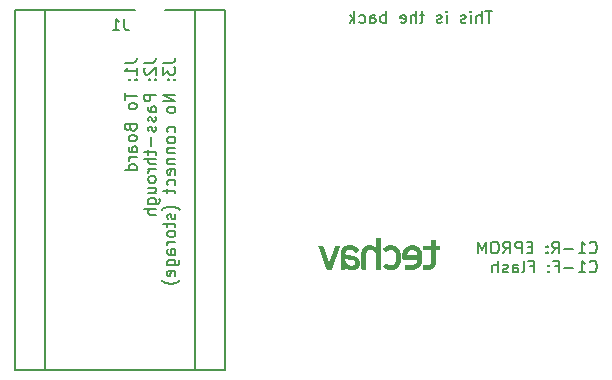
<source format=gbo>
G04 #@! TF.GenerationSoftware,KiCad,Pcbnew,8.0.4*
G04 #@! TF.CreationDate,2024-11-26T19:46:24-06:00*
G04 #@! TF.ProjectId,Flash-2716,466c6173-682d-4323-9731-362e6b696361,rev?*
G04 #@! TF.SameCoordinates,Original*
G04 #@! TF.FileFunction,Legend,Bot*
G04 #@! TF.FilePolarity,Positive*
%FSLAX46Y46*%
G04 Gerber Fmt 4.6, Leading zero omitted, Abs format (unit mm)*
G04 Created by KiCad (PCBNEW 8.0.4) date 2024-11-26 19:46:24*
%MOMM*%
%LPD*%
G01*
G04 APERTURE LIST*
%ADD10C,0.150000*%
%ADD11C,0.000000*%
%ADD12C,0.152400*%
%ADD13C,1.700000*%
%ADD14O,1.700000X1.700000*%
%ADD15R,1.600000X1.600000*%
%ADD16O,1.600000X1.600000*%
%ADD17R,1.700000X1.700000*%
%ADD18R,1.422400X1.422400*%
%ADD19C,1.422400*%
%ADD20O,1.422400X1.422400*%
G04 APERTURE END LIST*
D10*
X118110000Y-74930000D02*
X113030000Y-74930000D01*
X140691428Y-75019819D02*
X140120000Y-75019819D01*
X140405714Y-76019819D02*
X140405714Y-75019819D01*
X139786666Y-76019819D02*
X139786666Y-75019819D01*
X139358095Y-76019819D02*
X139358095Y-75496009D01*
X139358095Y-75496009D02*
X139405714Y-75400771D01*
X139405714Y-75400771D02*
X139500952Y-75353152D01*
X139500952Y-75353152D02*
X139643809Y-75353152D01*
X139643809Y-75353152D02*
X139739047Y-75400771D01*
X139739047Y-75400771D02*
X139786666Y-75448390D01*
X138881904Y-76019819D02*
X138881904Y-75353152D01*
X138881904Y-75019819D02*
X138929523Y-75067438D01*
X138929523Y-75067438D02*
X138881904Y-75115057D01*
X138881904Y-75115057D02*
X138834285Y-75067438D01*
X138834285Y-75067438D02*
X138881904Y-75019819D01*
X138881904Y-75019819D02*
X138881904Y-75115057D01*
X138453333Y-75972200D02*
X138358095Y-76019819D01*
X138358095Y-76019819D02*
X138167619Y-76019819D01*
X138167619Y-76019819D02*
X138072381Y-75972200D01*
X138072381Y-75972200D02*
X138024762Y-75876961D01*
X138024762Y-75876961D02*
X138024762Y-75829342D01*
X138024762Y-75829342D02*
X138072381Y-75734104D01*
X138072381Y-75734104D02*
X138167619Y-75686485D01*
X138167619Y-75686485D02*
X138310476Y-75686485D01*
X138310476Y-75686485D02*
X138405714Y-75638866D01*
X138405714Y-75638866D02*
X138453333Y-75543628D01*
X138453333Y-75543628D02*
X138453333Y-75496009D01*
X138453333Y-75496009D02*
X138405714Y-75400771D01*
X138405714Y-75400771D02*
X138310476Y-75353152D01*
X138310476Y-75353152D02*
X138167619Y-75353152D01*
X138167619Y-75353152D02*
X138072381Y-75400771D01*
X136834285Y-76019819D02*
X136834285Y-75353152D01*
X136834285Y-75019819D02*
X136881904Y-75067438D01*
X136881904Y-75067438D02*
X136834285Y-75115057D01*
X136834285Y-75115057D02*
X136786666Y-75067438D01*
X136786666Y-75067438D02*
X136834285Y-75019819D01*
X136834285Y-75019819D02*
X136834285Y-75115057D01*
X136405714Y-75972200D02*
X136310476Y-76019819D01*
X136310476Y-76019819D02*
X136120000Y-76019819D01*
X136120000Y-76019819D02*
X136024762Y-75972200D01*
X136024762Y-75972200D02*
X135977143Y-75876961D01*
X135977143Y-75876961D02*
X135977143Y-75829342D01*
X135977143Y-75829342D02*
X136024762Y-75734104D01*
X136024762Y-75734104D02*
X136120000Y-75686485D01*
X136120000Y-75686485D02*
X136262857Y-75686485D01*
X136262857Y-75686485D02*
X136358095Y-75638866D01*
X136358095Y-75638866D02*
X136405714Y-75543628D01*
X136405714Y-75543628D02*
X136405714Y-75496009D01*
X136405714Y-75496009D02*
X136358095Y-75400771D01*
X136358095Y-75400771D02*
X136262857Y-75353152D01*
X136262857Y-75353152D02*
X136120000Y-75353152D01*
X136120000Y-75353152D02*
X136024762Y-75400771D01*
X134929523Y-75353152D02*
X134548571Y-75353152D01*
X134786666Y-75019819D02*
X134786666Y-75876961D01*
X134786666Y-75876961D02*
X134739047Y-75972200D01*
X134739047Y-75972200D02*
X134643809Y-76019819D01*
X134643809Y-76019819D02*
X134548571Y-76019819D01*
X134215237Y-76019819D02*
X134215237Y-75019819D01*
X133786666Y-76019819D02*
X133786666Y-75496009D01*
X133786666Y-75496009D02*
X133834285Y-75400771D01*
X133834285Y-75400771D02*
X133929523Y-75353152D01*
X133929523Y-75353152D02*
X134072380Y-75353152D01*
X134072380Y-75353152D02*
X134167618Y-75400771D01*
X134167618Y-75400771D02*
X134215237Y-75448390D01*
X132929523Y-75972200D02*
X133024761Y-76019819D01*
X133024761Y-76019819D02*
X133215237Y-76019819D01*
X133215237Y-76019819D02*
X133310475Y-75972200D01*
X133310475Y-75972200D02*
X133358094Y-75876961D01*
X133358094Y-75876961D02*
X133358094Y-75496009D01*
X133358094Y-75496009D02*
X133310475Y-75400771D01*
X133310475Y-75400771D02*
X133215237Y-75353152D01*
X133215237Y-75353152D02*
X133024761Y-75353152D01*
X133024761Y-75353152D02*
X132929523Y-75400771D01*
X132929523Y-75400771D02*
X132881904Y-75496009D01*
X132881904Y-75496009D02*
X132881904Y-75591247D01*
X132881904Y-75591247D02*
X133358094Y-75686485D01*
X131691427Y-76019819D02*
X131691427Y-75019819D01*
X131691427Y-75400771D02*
X131596189Y-75353152D01*
X131596189Y-75353152D02*
X131405713Y-75353152D01*
X131405713Y-75353152D02*
X131310475Y-75400771D01*
X131310475Y-75400771D02*
X131262856Y-75448390D01*
X131262856Y-75448390D02*
X131215237Y-75543628D01*
X131215237Y-75543628D02*
X131215237Y-75829342D01*
X131215237Y-75829342D02*
X131262856Y-75924580D01*
X131262856Y-75924580D02*
X131310475Y-75972200D01*
X131310475Y-75972200D02*
X131405713Y-76019819D01*
X131405713Y-76019819D02*
X131596189Y-76019819D01*
X131596189Y-76019819D02*
X131691427Y-75972200D01*
X130358094Y-76019819D02*
X130358094Y-75496009D01*
X130358094Y-75496009D02*
X130405713Y-75400771D01*
X130405713Y-75400771D02*
X130500951Y-75353152D01*
X130500951Y-75353152D02*
X130691427Y-75353152D01*
X130691427Y-75353152D02*
X130786665Y-75400771D01*
X130358094Y-75972200D02*
X130453332Y-76019819D01*
X130453332Y-76019819D02*
X130691427Y-76019819D01*
X130691427Y-76019819D02*
X130786665Y-75972200D01*
X130786665Y-75972200D02*
X130834284Y-75876961D01*
X130834284Y-75876961D02*
X130834284Y-75781723D01*
X130834284Y-75781723D02*
X130786665Y-75686485D01*
X130786665Y-75686485D02*
X130691427Y-75638866D01*
X130691427Y-75638866D02*
X130453332Y-75638866D01*
X130453332Y-75638866D02*
X130358094Y-75591247D01*
X129453332Y-75972200D02*
X129548570Y-76019819D01*
X129548570Y-76019819D02*
X129739046Y-76019819D01*
X129739046Y-76019819D02*
X129834284Y-75972200D01*
X129834284Y-75972200D02*
X129881903Y-75924580D01*
X129881903Y-75924580D02*
X129929522Y-75829342D01*
X129929522Y-75829342D02*
X129929522Y-75543628D01*
X129929522Y-75543628D02*
X129881903Y-75448390D01*
X129881903Y-75448390D02*
X129834284Y-75400771D01*
X129834284Y-75400771D02*
X129739046Y-75353152D01*
X129739046Y-75353152D02*
X129548570Y-75353152D01*
X129548570Y-75353152D02*
X129453332Y-75400771D01*
X129024760Y-76019819D02*
X129024760Y-75019819D01*
X128929522Y-75638866D02*
X128643808Y-76019819D01*
X128643808Y-75353152D02*
X129024760Y-75734104D01*
X100330000Y-74930000D02*
X100330000Y-105410000D01*
X102870000Y-105410000D02*
X102870000Y-74930000D01*
X118110000Y-105410000D02*
X118110000Y-74930000D01*
X100330000Y-74930000D02*
X110490000Y-74930000D01*
D11*
G36*
X132150303Y-94832023D02*
G01*
X132193435Y-94835276D01*
X132235921Y-94840634D01*
X132277710Y-94848047D01*
X132318748Y-94857463D01*
X132358984Y-94868830D01*
X132398365Y-94882097D01*
X132436841Y-94897213D01*
X132474357Y-94914126D01*
X132510864Y-94932784D01*
X132546307Y-94953137D01*
X132580636Y-94975132D01*
X132613798Y-94998719D01*
X132645742Y-95023846D01*
X132676414Y-95050461D01*
X132705763Y-95078513D01*
X132733737Y-95107951D01*
X132760284Y-95138723D01*
X132785351Y-95170778D01*
X132808887Y-95204064D01*
X132830839Y-95238530D01*
X132851156Y-95274124D01*
X132869785Y-95310795D01*
X132886675Y-95348492D01*
X132901772Y-95387162D01*
X132915025Y-95426756D01*
X132926383Y-95467220D01*
X132935792Y-95508505D01*
X132943201Y-95550557D01*
X132948557Y-95593327D01*
X132951809Y-95636762D01*
X132952905Y-95680811D01*
X132952905Y-96111087D01*
X132951809Y-96155136D01*
X132948557Y-96198571D01*
X132943201Y-96241341D01*
X132935792Y-96283393D01*
X132926383Y-96324678D01*
X132915025Y-96365142D01*
X132901772Y-96404736D01*
X132886675Y-96443406D01*
X132869785Y-96481103D01*
X132851156Y-96517774D01*
X132830839Y-96553368D01*
X132808887Y-96587834D01*
X132785351Y-96621120D01*
X132760284Y-96653175D01*
X132733737Y-96683947D01*
X132705763Y-96713384D01*
X132676414Y-96741437D01*
X132645742Y-96768052D01*
X132613798Y-96793179D01*
X132580636Y-96816765D01*
X132546307Y-96838761D01*
X132510864Y-96859113D01*
X132474357Y-96877772D01*
X132436841Y-96894685D01*
X132398365Y-96909800D01*
X132358984Y-96923068D01*
X132318748Y-96934435D01*
X132277710Y-96943851D01*
X132235921Y-96951264D01*
X132193435Y-96956622D01*
X132150303Y-96959875D01*
X132106577Y-96960971D01*
X132062045Y-96959809D01*
X132017851Y-96956345D01*
X131974084Y-96950610D01*
X131930833Y-96942635D01*
X131888186Y-96932452D01*
X131846232Y-96920091D01*
X131805059Y-96905584D01*
X131764757Y-96888962D01*
X131725412Y-96870256D01*
X131687115Y-96849499D01*
X131649953Y-96826720D01*
X131614016Y-96801951D01*
X131579391Y-96775224D01*
X131546167Y-96746569D01*
X131514433Y-96716018D01*
X131484277Y-96683603D01*
X131481068Y-96680229D01*
X131478103Y-96676783D01*
X131475378Y-96673273D01*
X131472887Y-96669712D01*
X131470626Y-96666109D01*
X131468588Y-96662475D01*
X131466769Y-96658820D01*
X131465164Y-96655155D01*
X131463767Y-96651489D01*
X131462573Y-96647834D01*
X131461578Y-96644200D01*
X131460774Y-96640597D01*
X131460159Y-96637036D01*
X131459726Y-96633527D01*
X131459470Y-96630080D01*
X131459385Y-96626707D01*
X131459550Y-96622001D01*
X131460031Y-96617233D01*
X131460815Y-96612424D01*
X131461886Y-96607593D01*
X131463227Y-96602763D01*
X131464824Y-96597953D01*
X131466660Y-96593185D01*
X131468720Y-96588480D01*
X131470988Y-96583858D01*
X131473450Y-96579340D01*
X131476088Y-96574947D01*
X131478888Y-96570700D01*
X131481834Y-96566619D01*
X131484909Y-96562727D01*
X131488100Y-96559042D01*
X131491389Y-96555587D01*
X131644298Y-96402679D01*
X131647632Y-96399469D01*
X131650972Y-96396505D01*
X131654322Y-96393779D01*
X131657688Y-96391289D01*
X131661075Y-96389027D01*
X131664488Y-96386989D01*
X131667932Y-96385171D01*
X131671412Y-96383565D01*
X131674934Y-96382169D01*
X131678503Y-96380975D01*
X131682124Y-96379979D01*
X131685803Y-96379176D01*
X131689544Y-96378561D01*
X131693352Y-96378127D01*
X131697234Y-96377871D01*
X131701193Y-96377787D01*
X131705193Y-96377912D01*
X131709187Y-96378287D01*
X131713171Y-96378912D01*
X131717140Y-96379787D01*
X131721087Y-96380912D01*
X131725009Y-96382288D01*
X131728899Y-96383913D01*
X131732753Y-96385788D01*
X131736565Y-96387913D01*
X131740330Y-96390289D01*
X131744043Y-96392914D01*
X131747699Y-96395789D01*
X131751292Y-96398915D01*
X131754818Y-96402290D01*
X131758271Y-96405916D01*
X131761645Y-96409791D01*
X131778607Y-96425999D01*
X131796157Y-96441274D01*
X131814300Y-96455601D01*
X131833043Y-96468965D01*
X131852390Y-96481349D01*
X131872347Y-96492739D01*
X131892918Y-96503118D01*
X131914109Y-96512471D01*
X131935925Y-96520781D01*
X131958371Y-96528035D01*
X131981453Y-96534215D01*
X132005176Y-96539307D01*
X132029544Y-96543295D01*
X132054564Y-96546162D01*
X132080240Y-96547894D01*
X132106577Y-96548475D01*
X132128117Y-96547927D01*
X132149380Y-96546302D01*
X132170340Y-96543626D01*
X132190970Y-96539925D01*
X132211243Y-96535227D01*
X132231132Y-96529559D01*
X132250611Y-96522946D01*
X132269653Y-96515415D01*
X132288232Y-96506994D01*
X132306320Y-96497709D01*
X132323891Y-96487587D01*
X132340919Y-96476654D01*
X132357376Y-96464937D01*
X132373236Y-96452462D01*
X132388473Y-96439257D01*
X132403059Y-96425349D01*
X132416967Y-96410763D01*
X132430172Y-96395526D01*
X132442647Y-96379666D01*
X132454364Y-96363209D01*
X132465297Y-96346181D01*
X132475419Y-96328610D01*
X132484704Y-96310522D01*
X132493126Y-96291943D01*
X132500656Y-96272901D01*
X132507269Y-96253422D01*
X132512938Y-96233532D01*
X132517636Y-96213260D01*
X132521336Y-96192630D01*
X132524012Y-96171670D01*
X132525638Y-96150407D01*
X132526185Y-96128867D01*
X132526185Y-95663031D01*
X132525638Y-95641491D01*
X132524012Y-95620228D01*
X132521336Y-95599268D01*
X132517636Y-95578639D01*
X132512938Y-95558366D01*
X132507269Y-95538476D01*
X132500656Y-95518997D01*
X132493126Y-95499955D01*
X132484704Y-95481377D01*
X132475419Y-95463288D01*
X132465297Y-95445717D01*
X132454364Y-95428689D01*
X132442647Y-95412232D01*
X132430172Y-95396372D01*
X132416967Y-95381136D01*
X132403059Y-95366550D01*
X132388473Y-95352641D01*
X132373236Y-95339436D01*
X132357376Y-95326962D01*
X132340919Y-95315245D01*
X132323891Y-95304312D01*
X132306320Y-95294189D01*
X132288232Y-95284904D01*
X132269653Y-95276483D01*
X132250611Y-95268953D01*
X132231132Y-95262340D01*
X132211243Y-95256671D01*
X132190970Y-95251973D01*
X132170340Y-95248272D01*
X132149380Y-95245596D01*
X132128117Y-95243971D01*
X132106577Y-95243423D01*
X132080240Y-95244004D01*
X132054564Y-95245736D01*
X132029544Y-95248604D01*
X132005176Y-95252591D01*
X131981453Y-95257683D01*
X131958371Y-95263863D01*
X131935925Y-95271117D01*
X131914109Y-95279428D01*
X131892918Y-95288780D01*
X131872347Y-95299159D01*
X131852390Y-95310549D01*
X131833043Y-95322933D01*
X131814301Y-95336297D01*
X131796157Y-95350624D01*
X131778607Y-95365899D01*
X131761645Y-95382107D01*
X131758271Y-95385983D01*
X131754818Y-95389608D01*
X131751293Y-95392983D01*
X131747699Y-95396109D01*
X131744044Y-95398984D01*
X131740330Y-95401610D01*
X131736565Y-95403985D01*
X131732753Y-95406110D01*
X131728899Y-95407985D01*
X131725009Y-95409611D01*
X131721087Y-95410986D01*
X131717140Y-95412111D01*
X131713171Y-95412986D01*
X131709187Y-95413611D01*
X131705193Y-95413986D01*
X131701193Y-95414111D01*
X131697234Y-95414027D01*
X131693352Y-95413771D01*
X131689543Y-95413338D01*
X131685802Y-95412722D01*
X131682124Y-95411919D01*
X131678503Y-95410923D01*
X131674934Y-95409729D01*
X131671412Y-95408333D01*
X131667931Y-95406727D01*
X131664487Y-95404909D01*
X131661075Y-95402871D01*
X131657688Y-95400609D01*
X131654322Y-95398119D01*
X131650972Y-95395393D01*
X131647632Y-95392429D01*
X131644298Y-95389219D01*
X131491389Y-95236311D01*
X131488100Y-95232856D01*
X131484909Y-95229171D01*
X131481834Y-95225278D01*
X131478888Y-95221198D01*
X131476088Y-95216951D01*
X131473450Y-95212558D01*
X131470988Y-95208040D01*
X131468720Y-95203418D01*
X131466660Y-95198713D01*
X131464824Y-95193945D01*
X131463227Y-95189135D01*
X131461886Y-95184304D01*
X131460815Y-95179474D01*
X131460031Y-95174664D01*
X131459550Y-95169896D01*
X131459385Y-95165191D01*
X131459470Y-95161817D01*
X131459726Y-95158371D01*
X131460159Y-95154862D01*
X131460774Y-95151300D01*
X131461578Y-95147697D01*
X131462573Y-95144063D01*
X131463767Y-95140408D01*
X131465164Y-95136743D01*
X131466769Y-95133078D01*
X131468588Y-95129423D01*
X131470626Y-95125788D01*
X131472887Y-95122186D01*
X131475378Y-95118624D01*
X131478103Y-95115115D01*
X131481068Y-95111669D01*
X131484277Y-95108295D01*
X131514433Y-95075879D01*
X131546167Y-95045329D01*
X131579391Y-95016674D01*
X131614016Y-94989947D01*
X131649953Y-94965178D01*
X131687115Y-94942399D01*
X131725412Y-94921641D01*
X131764757Y-94902936D01*
X131805059Y-94886314D01*
X131846232Y-94871807D01*
X131888186Y-94859446D01*
X131930833Y-94849263D01*
X131974084Y-94841288D01*
X132017851Y-94835553D01*
X132062045Y-94832089D01*
X132106577Y-94830927D01*
X132150303Y-94832023D01*
G37*
G36*
X134773127Y-95680811D02*
G01*
X134773127Y-96064859D01*
X134772031Y-96108908D01*
X134768779Y-96152343D01*
X134763422Y-96195113D01*
X134756013Y-96237165D01*
X134746604Y-96278450D01*
X134735247Y-96318914D01*
X134721994Y-96358508D01*
X134706896Y-96397178D01*
X134690007Y-96434875D01*
X134671378Y-96471546D01*
X134651061Y-96507140D01*
X134629109Y-96541606D01*
X134605573Y-96574892D01*
X134580505Y-96606947D01*
X134553959Y-96637719D01*
X134525985Y-96667157D01*
X134496636Y-96695209D01*
X134465963Y-96721824D01*
X134434020Y-96746951D01*
X134400858Y-96770537D01*
X134366529Y-96792533D01*
X134331085Y-96812886D01*
X134294579Y-96831544D01*
X134257062Y-96848457D01*
X134218587Y-96863573D01*
X134179205Y-96876840D01*
X134138969Y-96888207D01*
X134097931Y-96897623D01*
X134056143Y-96905036D01*
X134013657Y-96910394D01*
X133970525Y-96913647D01*
X133926799Y-96914743D01*
X133926798Y-96914743D01*
X133361395Y-96914743D01*
X133357426Y-96914650D01*
X133353524Y-96914373D01*
X133349692Y-96913916D01*
X133345934Y-96913284D01*
X133342255Y-96912480D01*
X133338657Y-96911508D01*
X133335146Y-96910372D01*
X133331724Y-96909075D01*
X133328396Y-96907623D01*
X133325166Y-96906018D01*
X133322037Y-96904264D01*
X133319014Y-96902366D01*
X133316100Y-96900328D01*
X133313300Y-96898152D01*
X133310617Y-96895844D01*
X133308055Y-96893407D01*
X133305617Y-96890845D01*
X133303309Y-96888161D01*
X133301134Y-96885361D01*
X133299095Y-96882447D01*
X133297197Y-96879424D01*
X133295444Y-96876295D01*
X133293839Y-96873065D01*
X133292386Y-96869737D01*
X133291090Y-96866316D01*
X133289953Y-96862804D01*
X133288981Y-96859207D01*
X133288177Y-96855527D01*
X133287545Y-96851769D01*
X133287088Y-96847938D01*
X133286812Y-96844035D01*
X133286719Y-96840067D01*
X133286719Y-96584035D01*
X133286812Y-96580066D01*
X133287088Y-96576164D01*
X133287545Y-96572332D01*
X133288177Y-96568575D01*
X133288981Y-96564895D01*
X133289953Y-96561298D01*
X133291090Y-96557786D01*
X133292386Y-96554364D01*
X133293839Y-96551037D01*
X133295444Y-96547806D01*
X133297197Y-96544678D01*
X133299095Y-96541654D01*
X133301134Y-96538741D01*
X133303309Y-96535940D01*
X133305617Y-96533257D01*
X133308055Y-96530695D01*
X133310617Y-96528258D01*
X133313300Y-96525949D01*
X133316100Y-96523774D01*
X133319014Y-96521735D01*
X133322037Y-96519837D01*
X133325166Y-96518084D01*
X133328396Y-96516479D01*
X133331724Y-96515026D01*
X133335146Y-96513730D01*
X133338657Y-96512594D01*
X133342255Y-96511621D01*
X133345934Y-96510817D01*
X133349692Y-96510185D01*
X133353524Y-96509729D01*
X133357426Y-96509452D01*
X133361395Y-96509359D01*
X133926799Y-96509359D01*
X133948339Y-96508811D01*
X133969602Y-96507186D01*
X133990561Y-96504510D01*
X134011191Y-96500809D01*
X134031464Y-96496111D01*
X134051353Y-96490442D01*
X134070832Y-96483830D01*
X134089875Y-96476299D01*
X134108453Y-96467878D01*
X134126541Y-96458593D01*
X134144113Y-96448471D01*
X134161140Y-96437537D01*
X134177598Y-96425820D01*
X134193458Y-96413346D01*
X134208694Y-96400141D01*
X134223280Y-96386232D01*
X134237189Y-96371646D01*
X134250394Y-96356410D01*
X134262868Y-96340550D01*
X134274585Y-96324093D01*
X134285518Y-96307065D01*
X134295641Y-96289494D01*
X134304926Y-96271405D01*
X134313347Y-96252827D01*
X134320877Y-96233785D01*
X134327490Y-96214306D01*
X134333159Y-96194416D01*
X134337857Y-96174143D01*
X134341557Y-96153514D01*
X134344233Y-96132554D01*
X134345859Y-96111291D01*
X134346407Y-96089751D01*
X134346407Y-96071971D01*
X133233379Y-96071971D01*
X133225431Y-96071774D01*
X133217597Y-96071191D01*
X133209886Y-96070230D01*
X133202305Y-96068901D01*
X133194866Y-96067212D01*
X133187576Y-96065173D01*
X133180445Y-96062793D01*
X133173482Y-96060080D01*
X133166697Y-96057045D01*
X133160097Y-96053696D01*
X133153693Y-96050042D01*
X133147493Y-96046093D01*
X133141507Y-96041857D01*
X133135743Y-96037343D01*
X133130212Y-96032562D01*
X133124921Y-96027521D01*
X133119880Y-96022230D01*
X133115098Y-96016698D01*
X133110585Y-96010935D01*
X133106349Y-96004949D01*
X133102400Y-95998749D01*
X133098746Y-95992345D01*
X133095397Y-95985745D01*
X133092361Y-95978959D01*
X133089649Y-95971996D01*
X133087269Y-95964865D01*
X133085229Y-95957576D01*
X133083541Y-95950136D01*
X133082211Y-95942556D01*
X133081250Y-95934844D01*
X133080667Y-95927010D01*
X133080471Y-95919063D01*
X133080471Y-95680811D01*
X133081090Y-95655919D01*
X133507190Y-95655919D01*
X133507190Y-95687923D01*
X134346406Y-95687923D01*
X134346406Y-95655919D01*
X134345859Y-95634379D01*
X134344233Y-95613116D01*
X134341557Y-95592156D01*
X134337857Y-95571526D01*
X134333159Y-95551253D01*
X134327490Y-95531364D01*
X134320877Y-95511885D01*
X134313347Y-95492843D01*
X134304925Y-95474264D01*
X134295640Y-95456176D01*
X134285518Y-95438605D01*
X134274585Y-95421577D01*
X134262868Y-95405120D01*
X134250393Y-95389260D01*
X134237189Y-95374023D01*
X134223280Y-95359437D01*
X134208694Y-95345529D01*
X134193457Y-95332324D01*
X134177597Y-95319849D01*
X134161140Y-95308132D01*
X134144112Y-95297199D01*
X134126541Y-95287077D01*
X134108453Y-95277792D01*
X134089874Y-95269371D01*
X134070832Y-95261840D01*
X134051353Y-95255227D01*
X134031464Y-95249559D01*
X134011191Y-95244861D01*
X133990561Y-95241160D01*
X133969601Y-95238484D01*
X133948338Y-95236859D01*
X133926798Y-95236311D01*
X133905258Y-95236859D01*
X133883995Y-95238484D01*
X133863036Y-95241160D01*
X133842406Y-95244861D01*
X133822133Y-95249559D01*
X133802244Y-95255227D01*
X133782765Y-95261840D01*
X133763722Y-95269371D01*
X133745144Y-95277792D01*
X133727056Y-95287077D01*
X133709484Y-95297199D01*
X133692457Y-95308132D01*
X133675999Y-95319849D01*
X133660139Y-95332324D01*
X133644903Y-95345529D01*
X133630317Y-95359437D01*
X133616408Y-95374023D01*
X133603203Y-95389260D01*
X133590729Y-95405120D01*
X133579012Y-95421577D01*
X133568079Y-95438605D01*
X133557956Y-95456176D01*
X133548671Y-95474264D01*
X133540250Y-95492843D01*
X133532720Y-95511885D01*
X133526107Y-95531364D01*
X133520438Y-95551253D01*
X133515740Y-95571526D01*
X133512040Y-95592156D01*
X133509363Y-95613116D01*
X133507738Y-95634379D01*
X133507190Y-95655919D01*
X133081090Y-95655919D01*
X133081566Y-95636762D01*
X133084819Y-95593327D01*
X133090175Y-95550557D01*
X133097584Y-95508505D01*
X133106993Y-95467220D01*
X133118351Y-95426756D01*
X133131604Y-95387162D01*
X133146701Y-95348492D01*
X133163591Y-95310795D01*
X133182220Y-95274124D01*
X133202536Y-95238530D01*
X133224489Y-95204064D01*
X133248025Y-95170778D01*
X133273092Y-95138723D01*
X133299639Y-95107951D01*
X133327613Y-95078513D01*
X133356962Y-95050461D01*
X133387634Y-95023846D01*
X133419577Y-94998719D01*
X133452740Y-94975132D01*
X133487069Y-94953137D01*
X133522512Y-94932784D01*
X133559019Y-94914126D01*
X133596535Y-94897213D01*
X133635011Y-94882097D01*
X133674392Y-94868830D01*
X133714628Y-94857463D01*
X133755666Y-94848047D01*
X133797455Y-94840634D01*
X133839941Y-94835276D01*
X133883073Y-94832023D01*
X133926799Y-94830927D01*
X133970525Y-94832023D01*
X134013657Y-94835276D01*
X134056143Y-94840634D01*
X134097931Y-94848047D01*
X134138969Y-94857463D01*
X134179205Y-94868830D01*
X134218587Y-94882097D01*
X134257062Y-94897213D01*
X134294579Y-94914126D01*
X134331085Y-94932784D01*
X134366529Y-94953137D01*
X134400858Y-94975132D01*
X134434020Y-94998719D01*
X134465963Y-95023846D01*
X134496636Y-95050461D01*
X134525985Y-95078513D01*
X134553959Y-95107951D01*
X134580505Y-95138723D01*
X134605573Y-95170778D01*
X134629109Y-95204064D01*
X134651061Y-95238530D01*
X134671378Y-95274124D01*
X134690007Y-95310795D01*
X134706896Y-95348492D01*
X134721994Y-95387162D01*
X134735247Y-95426756D01*
X134746604Y-95467220D01*
X134756013Y-95508505D01*
X134763422Y-95550557D01*
X134768779Y-95593327D01*
X134772031Y-95636762D01*
X134772508Y-95655919D01*
X134773127Y-95680811D01*
G37*
G36*
X126309158Y-94877248D02*
G01*
X126313758Y-94877526D01*
X126322806Y-94878620D01*
X126331624Y-94880413D01*
X126340183Y-94882878D01*
X126348449Y-94885988D01*
X126356393Y-94889719D01*
X126363983Y-94894043D01*
X126371187Y-94898935D01*
X126377974Y-94904369D01*
X126384313Y-94910319D01*
X126390174Y-94916758D01*
X126395523Y-94923661D01*
X126400331Y-94931001D01*
X126404566Y-94938753D01*
X126408197Y-94946890D01*
X126411192Y-94955387D01*
X126891252Y-96384899D01*
X127371312Y-94955387D01*
X127372728Y-94951095D01*
X127374307Y-94946890D01*
X127376045Y-94942775D01*
X127377938Y-94938753D01*
X127379982Y-94934827D01*
X127382173Y-94931001D01*
X127384507Y-94927278D01*
X127386981Y-94923661D01*
X127389590Y-94920153D01*
X127392330Y-94916758D01*
X127395198Y-94913479D01*
X127398190Y-94910319D01*
X127401302Y-94907281D01*
X127404530Y-94904369D01*
X127407869Y-94901586D01*
X127411317Y-94898935D01*
X127414869Y-94896420D01*
X127418521Y-94894043D01*
X127422269Y-94891809D01*
X127426110Y-94889719D01*
X127430040Y-94887778D01*
X127434054Y-94885989D01*
X127438149Y-94884354D01*
X127442321Y-94882878D01*
X127446565Y-94881563D01*
X127450879Y-94880413D01*
X127455258Y-94879431D01*
X127459698Y-94878620D01*
X127464195Y-94877984D01*
X127468746Y-94877526D01*
X127473346Y-94877248D01*
X127477992Y-94877155D01*
X127726912Y-94877155D01*
X127731860Y-94877258D01*
X127736700Y-94877566D01*
X127741430Y-94878072D01*
X127746046Y-94878773D01*
X127750545Y-94879665D01*
X127754923Y-94880741D01*
X127759178Y-94881999D01*
X127763305Y-94883434D01*
X127767303Y-94885040D01*
X127771166Y-94886813D01*
X127774894Y-94888750D01*
X127778481Y-94890844D01*
X127781925Y-94893092D01*
X127785222Y-94895490D01*
X127788370Y-94898032D01*
X127791364Y-94900713D01*
X127794203Y-94903531D01*
X127796881Y-94906479D01*
X127799397Y-94909553D01*
X127801747Y-94912750D01*
X127803928Y-94916063D01*
X127805936Y-94919489D01*
X127807769Y-94923023D01*
X127809422Y-94926661D01*
X127810893Y-94930398D01*
X127812178Y-94934229D01*
X127813275Y-94938150D01*
X127814179Y-94942156D01*
X127814889Y-94946243D01*
X127815399Y-94950406D01*
X127815708Y-94954641D01*
X127815812Y-94958943D01*
X127815771Y-94960943D01*
X127815652Y-94962943D01*
X127815460Y-94964944D01*
X127815200Y-94966944D01*
X127814878Y-94968944D01*
X127814499Y-94970944D01*
X127814067Y-94972945D01*
X127813589Y-94974945D01*
X127812513Y-94978945D01*
X127811311Y-94982946D01*
X127808699Y-94990947D01*
X127150840Y-96861403D01*
X127149101Y-96865997D01*
X127147219Y-96870445D01*
X127145198Y-96874748D01*
X127143041Y-96878905D01*
X127140751Y-96882916D01*
X127138331Y-96886781D01*
X127135785Y-96890500D01*
X127133116Y-96894073D01*
X127130327Y-96897501D01*
X127127422Y-96900783D01*
X127124403Y-96903918D01*
X127121274Y-96906908D01*
X127118039Y-96909752D01*
X127114700Y-96912451D01*
X127111260Y-96915003D01*
X127107724Y-96917410D01*
X127104094Y-96919670D01*
X127100373Y-96921785D01*
X127096565Y-96923754D01*
X127092673Y-96925577D01*
X127088701Y-96927255D01*
X127084651Y-96928786D01*
X127080526Y-96930172D01*
X127076331Y-96931411D01*
X127072068Y-96932505D01*
X127067741Y-96933453D01*
X127063352Y-96934255D01*
X127058905Y-96934912D01*
X127054404Y-96935422D01*
X127049851Y-96935787D01*
X127040604Y-96936079D01*
X126759678Y-96939635D01*
X126755033Y-96939541D01*
X126750432Y-96939264D01*
X126741378Y-96938169D01*
X126732542Y-96936376D01*
X126723952Y-96933912D01*
X126715632Y-96930801D01*
X126707609Y-96927071D01*
X126699910Y-96922746D01*
X126692559Y-96917854D01*
X126685583Y-96912420D01*
X126679009Y-96906471D01*
X126672861Y-96900032D01*
X126667167Y-96893129D01*
X126661952Y-96885789D01*
X126657242Y-96878037D01*
X126653064Y-96869899D01*
X126649442Y-96861403D01*
X125991583Y-94990947D01*
X125988972Y-94982946D01*
X125987770Y-94978945D01*
X125986694Y-94974945D01*
X125986215Y-94972945D01*
X125985784Y-94970944D01*
X125985405Y-94968944D01*
X125985082Y-94966944D01*
X125984823Y-94964944D01*
X125984631Y-94962943D01*
X125984512Y-94960943D01*
X125984471Y-94958943D01*
X125984575Y-94954641D01*
X125984884Y-94950406D01*
X125985394Y-94946243D01*
X125986103Y-94942156D01*
X125987008Y-94938150D01*
X125988105Y-94934229D01*
X125989390Y-94930398D01*
X125990861Y-94926661D01*
X125992514Y-94923023D01*
X125994347Y-94919489D01*
X125996355Y-94916063D01*
X125998536Y-94912750D01*
X126000886Y-94909553D01*
X126003402Y-94906479D01*
X126006080Y-94903531D01*
X126008919Y-94900713D01*
X126011913Y-94898031D01*
X126015061Y-94895490D01*
X126018358Y-94893092D01*
X126021802Y-94890844D01*
X126025389Y-94888750D01*
X126029117Y-94886813D01*
X126032981Y-94885040D01*
X126036978Y-94883433D01*
X126041105Y-94881999D01*
X126045360Y-94880741D01*
X126049738Y-94879664D01*
X126054237Y-94878773D01*
X126058853Y-94878072D01*
X126063583Y-94877565D01*
X126068424Y-94877258D01*
X126073372Y-94877155D01*
X126304512Y-94877155D01*
X126309158Y-94877248D01*
G37*
G36*
X131211320Y-94190940D02*
G01*
X131215222Y-94191217D01*
X131219054Y-94191673D01*
X131222812Y-94192306D01*
X131226491Y-94193110D01*
X131230088Y-94194082D01*
X131233600Y-94195218D01*
X131237022Y-94196514D01*
X131240350Y-94197967D01*
X131243580Y-94199572D01*
X131246708Y-94201326D01*
X131249732Y-94203224D01*
X131252645Y-94205262D01*
X131255446Y-94207438D01*
X131258129Y-94209746D01*
X131260691Y-94212183D01*
X131263129Y-94214745D01*
X131265437Y-94217429D01*
X131267612Y-94220229D01*
X131269651Y-94223143D01*
X131271549Y-94226166D01*
X131273302Y-94229295D01*
X131274907Y-94232525D01*
X131276360Y-94235853D01*
X131277657Y-94239274D01*
X131278793Y-94242786D01*
X131279765Y-94246383D01*
X131280569Y-94250063D01*
X131281201Y-94253820D01*
X131281658Y-94257652D01*
X131281934Y-94261555D01*
X131282028Y-94265523D01*
X131282028Y-96840067D01*
X131281934Y-96844036D01*
X131281658Y-96847938D01*
X131281201Y-96851770D01*
X131280569Y-96855527D01*
X131279765Y-96859207D01*
X131278793Y-96862804D01*
X131277657Y-96866316D01*
X131276360Y-96869737D01*
X131274908Y-96873065D01*
X131273303Y-96876296D01*
X131271549Y-96879424D01*
X131269651Y-96882447D01*
X131267612Y-96885361D01*
X131265437Y-96888162D01*
X131263129Y-96890845D01*
X131260692Y-96893407D01*
X131258129Y-96895844D01*
X131255446Y-96898152D01*
X131252646Y-96900328D01*
X131249732Y-96902366D01*
X131246709Y-96904265D01*
X131243580Y-96906018D01*
X131240350Y-96907623D01*
X131237022Y-96909076D01*
X131233600Y-96910372D01*
X131230089Y-96911508D01*
X131226491Y-96912480D01*
X131222812Y-96913285D01*
X131219054Y-96913917D01*
X131215222Y-96914373D01*
X131211320Y-96914650D01*
X131207351Y-96914743D01*
X130929984Y-96914743D01*
X130926015Y-96914650D01*
X130922113Y-96914373D01*
X130918281Y-96913916D01*
X130914524Y-96913284D01*
X130910844Y-96912480D01*
X130907247Y-96911508D01*
X130903735Y-96910372D01*
X130900313Y-96909075D01*
X130896986Y-96907623D01*
X130893755Y-96906018D01*
X130890627Y-96904264D01*
X130887603Y-96902366D01*
X130884690Y-96900328D01*
X130881889Y-96898152D01*
X130879206Y-96895844D01*
X130876644Y-96893407D01*
X130874207Y-96890845D01*
X130871898Y-96888161D01*
X130869723Y-96885361D01*
X130867684Y-96882447D01*
X130865786Y-96879424D01*
X130864033Y-96876295D01*
X130862428Y-96873065D01*
X130860975Y-96869737D01*
X130859679Y-96866316D01*
X130858542Y-96862804D01*
X130857570Y-96859207D01*
X130856766Y-96855527D01*
X130856134Y-96851769D01*
X130855677Y-96847938D01*
X130855401Y-96844035D01*
X130855308Y-96840067D01*
X130855308Y-95751931D01*
X130854799Y-95722617D01*
X130853282Y-95694025D01*
X130850769Y-95666169D01*
X130847272Y-95639063D01*
X130842803Y-95612719D01*
X130837376Y-95587152D01*
X130831001Y-95562376D01*
X130823692Y-95538404D01*
X130815462Y-95515250D01*
X130806321Y-95492927D01*
X130796284Y-95471450D01*
X130785361Y-95450831D01*
X130773566Y-95431084D01*
X130760911Y-95412224D01*
X130747408Y-95394264D01*
X130733070Y-95377217D01*
X130717909Y-95361098D01*
X130701937Y-95345919D01*
X130685167Y-95331695D01*
X130667610Y-95318439D01*
X130649281Y-95306165D01*
X130630190Y-95294887D01*
X130610350Y-95284618D01*
X130589774Y-95275371D01*
X130568474Y-95267162D01*
X130546462Y-95260002D01*
X130523751Y-95253907D01*
X130500353Y-95248889D01*
X130476281Y-95244962D01*
X130451546Y-95242141D01*
X130426161Y-95240438D01*
X130400139Y-95239867D01*
X130378440Y-95240283D01*
X130357349Y-95241525D01*
X130336874Y-95243588D01*
X130317018Y-95246465D01*
X130297787Y-95250149D01*
X130279187Y-95254634D01*
X130261222Y-95259914D01*
X130243898Y-95265981D01*
X130227219Y-95272830D01*
X130211192Y-95280454D01*
X130195821Y-95288845D01*
X130181112Y-95297999D01*
X130167069Y-95307908D01*
X130153699Y-95318566D01*
X130141005Y-95329966D01*
X130128994Y-95342102D01*
X130117671Y-95354967D01*
X130107040Y-95368555D01*
X130097108Y-95382859D01*
X130087878Y-95397873D01*
X130079357Y-95413590D01*
X130071550Y-95430003D01*
X130064461Y-95447107D01*
X130058097Y-95464895D01*
X130052461Y-95483360D01*
X130047561Y-95502495D01*
X130043399Y-95522295D01*
X130039983Y-95542752D01*
X130037317Y-95563860D01*
X130035406Y-95585613D01*
X130034256Y-95608004D01*
X130033871Y-95631027D01*
X130033871Y-96840067D01*
X130033778Y-96844035D01*
X130033502Y-96847938D01*
X130033045Y-96851769D01*
X130032413Y-96855527D01*
X130031609Y-96859207D01*
X130030637Y-96862804D01*
X130029500Y-96866316D01*
X130028204Y-96869737D01*
X130026751Y-96873065D01*
X130025146Y-96876295D01*
X130023393Y-96879424D01*
X130021495Y-96882447D01*
X130019456Y-96885361D01*
X130017281Y-96888161D01*
X130014973Y-96890845D01*
X130012535Y-96893407D01*
X130009973Y-96895844D01*
X130007290Y-96898152D01*
X130004489Y-96900328D01*
X130001576Y-96902366D01*
X129998552Y-96904264D01*
X129995424Y-96906018D01*
X129992194Y-96907623D01*
X129988866Y-96909075D01*
X129985444Y-96910372D01*
X129981932Y-96911508D01*
X129978335Y-96912480D01*
X129974656Y-96913284D01*
X129970898Y-96913916D01*
X129967066Y-96914373D01*
X129963164Y-96914650D01*
X129959195Y-96914743D01*
X129681827Y-96914743D01*
X129677858Y-96914650D01*
X129673956Y-96914373D01*
X129670124Y-96913916D01*
X129666367Y-96913284D01*
X129662687Y-96912480D01*
X129659090Y-96911508D01*
X129655578Y-96910372D01*
X129652157Y-96909075D01*
X129648829Y-96907623D01*
X129645599Y-96906018D01*
X129642470Y-96904264D01*
X129639447Y-96902366D01*
X129636533Y-96900328D01*
X129633732Y-96898152D01*
X129631049Y-96895844D01*
X129628487Y-96893407D01*
X129626050Y-96890845D01*
X129623742Y-96888161D01*
X129621566Y-96885361D01*
X129619527Y-96882447D01*
X129617629Y-96879424D01*
X129615876Y-96876295D01*
X129614271Y-96873065D01*
X129612818Y-96869737D01*
X129611522Y-96866316D01*
X129610386Y-96862804D01*
X129609413Y-96859207D01*
X129608609Y-96855527D01*
X129607977Y-96851769D01*
X129607521Y-96847938D01*
X129607244Y-96844035D01*
X129607151Y-96840067D01*
X129607151Y-95577687D01*
X129608021Y-95536437D01*
X129610614Y-95496049D01*
X129614901Y-95456554D01*
X129620854Y-95417979D01*
X129628445Y-95380356D01*
X129637647Y-95343712D01*
X129648431Y-95308078D01*
X129660769Y-95273482D01*
X129674633Y-95239954D01*
X129689995Y-95207523D01*
X129706828Y-95176219D01*
X129725103Y-95146070D01*
X129744792Y-95117107D01*
X129765868Y-95089358D01*
X129788301Y-95062852D01*
X129812065Y-95037619D01*
X129837131Y-95013689D01*
X129863472Y-94991090D01*
X129891058Y-94969852D01*
X129919863Y-94950004D01*
X129949859Y-94931576D01*
X129981016Y-94914596D01*
X130013308Y-94899095D01*
X130046706Y-94885100D01*
X130081182Y-94872643D01*
X130116708Y-94861751D01*
X130153257Y-94852455D01*
X130190800Y-94844783D01*
X130229309Y-94838765D01*
X130268757Y-94834430D01*
X130309115Y-94831808D01*
X130350355Y-94830927D01*
X130385600Y-94831918D01*
X130420621Y-94834858D01*
X130455360Y-94839694D01*
X130489761Y-94846373D01*
X130523766Y-94854845D01*
X130557318Y-94865056D01*
X130590360Y-94876955D01*
X130622834Y-94890490D01*
X130654682Y-94905608D01*
X130685848Y-94922258D01*
X130716275Y-94940387D01*
X130745904Y-94959943D01*
X130774680Y-94980875D01*
X130802543Y-95003129D01*
X130829438Y-95026655D01*
X130855307Y-95051399D01*
X130855307Y-94265523D01*
X130855400Y-94261555D01*
X130855677Y-94257652D01*
X130856133Y-94253820D01*
X130856765Y-94250063D01*
X130857570Y-94246383D01*
X130858542Y-94242786D01*
X130859678Y-94239274D01*
X130860974Y-94235853D01*
X130862427Y-94232525D01*
X130864032Y-94229295D01*
X130865785Y-94226166D01*
X130867684Y-94223143D01*
X130869722Y-94220229D01*
X130871898Y-94217429D01*
X130874206Y-94214745D01*
X130876643Y-94212183D01*
X130879205Y-94209746D01*
X130881888Y-94207438D01*
X130884689Y-94205262D01*
X130887603Y-94203224D01*
X130890626Y-94201326D01*
X130893755Y-94199572D01*
X130896985Y-94197967D01*
X130900313Y-94196514D01*
X130903734Y-94195218D01*
X130907246Y-94194082D01*
X130910843Y-94193110D01*
X130914523Y-94192306D01*
X130918280Y-94191673D01*
X130922112Y-94191217D01*
X130926015Y-94190940D01*
X130929983Y-94190847D01*
X131207351Y-94190847D01*
X131211320Y-94190940D01*
G37*
G36*
X129500914Y-96352894D02*
G01*
X129500116Y-96386551D01*
X129497742Y-96419496D01*
X129493817Y-96451707D01*
X129488371Y-96483161D01*
X129481429Y-96513832D01*
X129473020Y-96543699D01*
X129463170Y-96572738D01*
X129451908Y-96600925D01*
X129439260Y-96628237D01*
X129425253Y-96654651D01*
X129409916Y-96680142D01*
X129393275Y-96704688D01*
X129375359Y-96728265D01*
X129356193Y-96750850D01*
X129335805Y-96772419D01*
X129314224Y-96792949D01*
X129291476Y-96812417D01*
X129267588Y-96830798D01*
X129242588Y-96848069D01*
X129216503Y-96864208D01*
X129189361Y-96879191D01*
X129161189Y-96892993D01*
X129132014Y-96905592D01*
X129101864Y-96916965D01*
X129070766Y-96927087D01*
X129038747Y-96935936D01*
X129005835Y-96943488D01*
X128972056Y-96949719D01*
X128937439Y-96954606D01*
X128902011Y-96958126D01*
X128865799Y-96960255D01*
X128828830Y-96960970D01*
X128828831Y-96960971D01*
X128786574Y-96959970D01*
X128745140Y-96956963D01*
X128704518Y-96951946D01*
X128664699Y-96944913D01*
X128625672Y-96935859D01*
X128587426Y-96924779D01*
X128549950Y-96911667D01*
X128513236Y-96896518D01*
X128477271Y-96879328D01*
X128442046Y-96860090D01*
X128407551Y-96838800D01*
X128373774Y-96815453D01*
X128340705Y-96790042D01*
X128308335Y-96762564D01*
X128276652Y-96733013D01*
X128245647Y-96701383D01*
X128245647Y-96840067D01*
X128245554Y-96844348D01*
X128245277Y-96848524D01*
X128244820Y-96852591D01*
X128244188Y-96856548D01*
X128243384Y-96860393D01*
X128242412Y-96864125D01*
X128241276Y-96867740D01*
X128239979Y-96871237D01*
X128238527Y-96874615D01*
X128236922Y-96877871D01*
X128235168Y-96881003D01*
X128233270Y-96884010D01*
X128231232Y-96886889D01*
X128229056Y-96889638D01*
X128226748Y-96892256D01*
X128224311Y-96894740D01*
X128221749Y-96897089D01*
X128219065Y-96899301D01*
X128216265Y-96901373D01*
X128213351Y-96903304D01*
X128210328Y-96905092D01*
X128207199Y-96906734D01*
X128203969Y-96908229D01*
X128200641Y-96909575D01*
X128197219Y-96910771D01*
X128193708Y-96911813D01*
X128190110Y-96912700D01*
X128186431Y-96913430D01*
X128182673Y-96914001D01*
X128178841Y-96914412D01*
X128174939Y-96914660D01*
X128170971Y-96914743D01*
X127929163Y-96914743D01*
X127925194Y-96914650D01*
X127921292Y-96914373D01*
X127917460Y-96913916D01*
X127913702Y-96913284D01*
X127910023Y-96912480D01*
X127906425Y-96911508D01*
X127902914Y-96910372D01*
X127899492Y-96909075D01*
X127896164Y-96907623D01*
X127892934Y-96906018D01*
X127889805Y-96904264D01*
X127886782Y-96902366D01*
X127883869Y-96900328D01*
X127881068Y-96898152D01*
X127878385Y-96895844D01*
X127875823Y-96893407D01*
X127873385Y-96890845D01*
X127871077Y-96888161D01*
X127868902Y-96885361D01*
X127866863Y-96882447D01*
X127864965Y-96879424D01*
X127863212Y-96876295D01*
X127861606Y-96873065D01*
X127860154Y-96869737D01*
X127858857Y-96866316D01*
X127857721Y-96862804D01*
X127856749Y-96859207D01*
X127855945Y-96855527D01*
X127855313Y-96851769D01*
X127854856Y-96847938D01*
X127854579Y-96844035D01*
X127854486Y-96840067D01*
X127854486Y-96007963D01*
X128256315Y-96007963D01*
X128256315Y-96079083D01*
X128257068Y-96103673D01*
X128259298Y-96128078D01*
X128262963Y-96152260D01*
X128268017Y-96176178D01*
X128274418Y-96199794D01*
X128282122Y-96223070D01*
X128291086Y-96245964D01*
X128301265Y-96268440D01*
X128312615Y-96290457D01*
X128325095Y-96311976D01*
X128338659Y-96332960D01*
X128353264Y-96353367D01*
X128368867Y-96373160D01*
X128385423Y-96392299D01*
X128402890Y-96410745D01*
X128421224Y-96428460D01*
X128440381Y-96445403D01*
X128460317Y-96461537D01*
X128480988Y-96476821D01*
X128502352Y-96491218D01*
X128524365Y-96504687D01*
X128546982Y-96517190D01*
X128570160Y-96528687D01*
X128593857Y-96539140D01*
X128618027Y-96548510D01*
X128642628Y-96556757D01*
X128667615Y-96563843D01*
X128692946Y-96569727D01*
X128718576Y-96574373D01*
X128744462Y-96577739D01*
X128770560Y-96579787D01*
X128796827Y-96580479D01*
X128830068Y-96579365D01*
X128861731Y-96576068D01*
X128891737Y-96570657D01*
X128906095Y-96567180D01*
X128920009Y-96563199D01*
X128933470Y-96558723D01*
X128946468Y-96553761D01*
X128958993Y-96548321D01*
X128971036Y-96542411D01*
X128982586Y-96536041D01*
X128993635Y-96529218D01*
X129004172Y-96521951D01*
X129014187Y-96514248D01*
X129023671Y-96506118D01*
X129032614Y-96497570D01*
X129041006Y-96488611D01*
X129048837Y-96479251D01*
X129056098Y-96469497D01*
X129062779Y-96459359D01*
X129068870Y-96448844D01*
X129074361Y-96437961D01*
X129079243Y-96426719D01*
X129083506Y-96415126D01*
X129087139Y-96403190D01*
X129090134Y-96390920D01*
X129092480Y-96378325D01*
X129094168Y-96365413D01*
X129095188Y-96352192D01*
X129095531Y-96338671D01*
X129095249Y-96326159D01*
X129094405Y-96313958D01*
X129092996Y-96302067D01*
X129091023Y-96290484D01*
X129088485Y-96279209D01*
X129085381Y-96268240D01*
X129081710Y-96257576D01*
X129077473Y-96247215D01*
X129072667Y-96237156D01*
X129067294Y-96227398D01*
X129061351Y-96217940D01*
X129054838Y-96208780D01*
X129047755Y-96199916D01*
X129040101Y-96191349D01*
X129031875Y-96183075D01*
X129023077Y-96175095D01*
X129013706Y-96167406D01*
X129003761Y-96160008D01*
X128993242Y-96152899D01*
X128982148Y-96146077D01*
X128970479Y-96139542D01*
X128958233Y-96133293D01*
X128945410Y-96127327D01*
X128932010Y-96121644D01*
X128918032Y-96116242D01*
X128903474Y-96111120D01*
X128888338Y-96106277D01*
X128872621Y-96101711D01*
X128839444Y-96093406D01*
X128803938Y-96086195D01*
X128759405Y-96078749D01*
X128700370Y-96069971D01*
X128554129Y-96049746D01*
X128395887Y-96028188D01*
X128256315Y-96007963D01*
X127854486Y-96007963D01*
X127854486Y-95549239D01*
X127855398Y-95509009D01*
X127858116Y-95469679D01*
X127862611Y-95431273D01*
X127868856Y-95393817D01*
X127876823Y-95357335D01*
X127886483Y-95321851D01*
X127897808Y-95287391D01*
X127910771Y-95253980D01*
X127925344Y-95221641D01*
X127941498Y-95190401D01*
X127959206Y-95160283D01*
X127978439Y-95131312D01*
X127999170Y-95103513D01*
X128021371Y-95076911D01*
X128045013Y-95051530D01*
X128070069Y-95027396D01*
X128096510Y-95004533D01*
X128124309Y-94982965D01*
X128153438Y-94962718D01*
X128183868Y-94943816D01*
X128215571Y-94926284D01*
X128248521Y-94910147D01*
X128282688Y-94895429D01*
X128318044Y-94882156D01*
X128354562Y-94870351D01*
X128392214Y-94860040D01*
X128430971Y-94851247D01*
X128470806Y-94843998D01*
X128511691Y-94838317D01*
X128553597Y-94834228D01*
X128596497Y-94831756D01*
X128640362Y-94830927D01*
X128703682Y-94832708D01*
X128765538Y-94838004D01*
X128825800Y-94846749D01*
X128884337Y-94858875D01*
X128941021Y-94874313D01*
X128995719Y-94892997D01*
X129048303Y-94914858D01*
X129098642Y-94939829D01*
X129146605Y-94967843D01*
X129192063Y-94998830D01*
X129234885Y-95032724D01*
X129274942Y-95069457D01*
X129312102Y-95108961D01*
X129346235Y-95151168D01*
X129377212Y-95196012D01*
X129404902Y-95243423D01*
X129407513Y-95251424D01*
X129408715Y-95255424D01*
X129409792Y-95259425D01*
X129410270Y-95261425D01*
X129410701Y-95263425D01*
X129411081Y-95265426D01*
X129411403Y-95267426D01*
X129411663Y-95269426D01*
X129411854Y-95271426D01*
X129411973Y-95273427D01*
X129412014Y-95275427D01*
X129411889Y-95280052D01*
X129411514Y-95284588D01*
X129410889Y-95289030D01*
X129410014Y-95293374D01*
X129408889Y-95297613D01*
X129407514Y-95301743D01*
X129405888Y-95305758D01*
X129404013Y-95309653D01*
X129401888Y-95313424D01*
X129399513Y-95317064D01*
X129396887Y-95320569D01*
X129394012Y-95323933D01*
X129390887Y-95327151D01*
X129387511Y-95330218D01*
X129383886Y-95333129D01*
X129380010Y-95335879D01*
X129180874Y-95471007D01*
X129178206Y-95472925D01*
X129175533Y-95474681D01*
X129172850Y-95476281D01*
X129170150Y-95477730D01*
X129167430Y-95479033D01*
X129164684Y-95480196D01*
X129161907Y-95481223D01*
X129159093Y-95482119D01*
X129156238Y-95482891D01*
X129153336Y-95483543D01*
X129150381Y-95484081D01*
X129147370Y-95484509D01*
X129144296Y-95484832D01*
X129141154Y-95485057D01*
X129137939Y-95485188D01*
X129134646Y-95485231D01*
X129132313Y-95485179D01*
X129129980Y-95485024D01*
X129127651Y-95484768D01*
X129125325Y-95484411D01*
X129120691Y-95483403D01*
X129116088Y-95482008D01*
X129111527Y-95480239D01*
X129107018Y-95478105D01*
X129102571Y-95475617D01*
X129098197Y-95472785D01*
X129093907Y-95469620D01*
X129089710Y-95466131D01*
X129085617Y-95462330D01*
X129081639Y-95458227D01*
X129077786Y-95453833D01*
X129074069Y-95449157D01*
X129070497Y-95444210D01*
X129067082Y-95439003D01*
X129058914Y-95426512D01*
X129050415Y-95414378D01*
X129041584Y-95402604D01*
X129032425Y-95391191D01*
X129022937Y-95380143D01*
X129013122Y-95369463D01*
X129002982Y-95359152D01*
X128992517Y-95349214D01*
X128981729Y-95339651D01*
X128970620Y-95330465D01*
X128959191Y-95321660D01*
X128947442Y-95313237D01*
X128935375Y-95305200D01*
X128922993Y-95297551D01*
X128910295Y-95290293D01*
X128897283Y-95283428D01*
X128883958Y-95276959D01*
X128870323Y-95270888D01*
X128856377Y-95265219D01*
X128842123Y-95259953D01*
X128827562Y-95255093D01*
X128812694Y-95250642D01*
X128797522Y-95246603D01*
X128782046Y-95242978D01*
X128766268Y-95239770D01*
X128750190Y-95236981D01*
X128733812Y-95234614D01*
X128717135Y-95232671D01*
X128682893Y-95230070D01*
X128647474Y-95229199D01*
X128608626Y-95230481D01*
X128570888Y-95234290D01*
X128534452Y-95240567D01*
X128499511Y-95249257D01*
X128466258Y-95260301D01*
X128434885Y-95273642D01*
X128405585Y-95289223D01*
X128391773Y-95297835D01*
X128378551Y-95306986D01*
X128365944Y-95316669D01*
X128353976Y-95326875D01*
X128342671Y-95337599D01*
X128332052Y-95348832D01*
X128322145Y-95360568D01*
X128312973Y-95372799D01*
X128304560Y-95385519D01*
X128296930Y-95398720D01*
X128290108Y-95412395D01*
X128284117Y-95426537D01*
X128278981Y-95441138D01*
X128274726Y-95456192D01*
X128271374Y-95471692D01*
X128268950Y-95487630D01*
X128267478Y-95503998D01*
X128266982Y-95520791D01*
X128267483Y-95536376D01*
X128268110Y-95543856D01*
X128268989Y-95551128D01*
X128270121Y-95558191D01*
X128271506Y-95565046D01*
X128273145Y-95571693D01*
X128275038Y-95578131D01*
X128277187Y-95584361D01*
X128279592Y-95590383D01*
X128282253Y-95596196D01*
X128285171Y-95601801D01*
X128288348Y-95607197D01*
X128291783Y-95612386D01*
X128295476Y-95617365D01*
X128299430Y-95622137D01*
X128303644Y-95626700D01*
X128308120Y-95631054D01*
X128312857Y-95635201D01*
X128317856Y-95639139D01*
X128323119Y-95642868D01*
X128328645Y-95646390D01*
X128334435Y-95649703D01*
X128340491Y-95652807D01*
X128346812Y-95655703D01*
X128353400Y-95658391D01*
X128360254Y-95660871D01*
X128367376Y-95663142D01*
X128382426Y-95667059D01*
X128398554Y-95670143D01*
X128433419Y-95676393D01*
X128484120Y-95684144D01*
X128613692Y-95702147D01*
X128850166Y-95734150D01*
X128925451Y-95748639D01*
X128996559Y-95766717D01*
X129063396Y-95788306D01*
X129125867Y-95813327D01*
X129183879Y-95841703D01*
X129237339Y-95873355D01*
X129262333Y-95890386D01*
X129286153Y-95908206D01*
X129308788Y-95926806D01*
X129330226Y-95946177D01*
X129350456Y-95966308D01*
X129369465Y-95987190D01*
X129387243Y-96008813D01*
X129403777Y-96031167D01*
X129419055Y-96054242D01*
X129433067Y-96078029D01*
X129445800Y-96102518D01*
X129457242Y-96127700D01*
X129467382Y-96153563D01*
X129476208Y-96180099D01*
X129483708Y-96207298D01*
X129489871Y-96235151D01*
X129494685Y-96263646D01*
X129498138Y-96292775D01*
X129500218Y-96322528D01*
X129500588Y-96338671D01*
X129500914Y-96352894D01*
G37*
D10*
X115570000Y-74930000D02*
X115570000Y-105410000D01*
X100330000Y-105410000D02*
X118110000Y-105410000D01*
D11*
G36*
X135854123Y-94418524D02*
G01*
X135858025Y-94418801D01*
X135861857Y-94419258D01*
X135865614Y-94419890D01*
X135869294Y-94420694D01*
X135872891Y-94421666D01*
X135876403Y-94422802D01*
X135879824Y-94424099D01*
X135883152Y-94425551D01*
X135886382Y-94427156D01*
X135889511Y-94428910D01*
X135892534Y-94430808D01*
X135895448Y-94432846D01*
X135898249Y-94435022D01*
X135900932Y-94437330D01*
X135903494Y-94439767D01*
X135905931Y-94442329D01*
X135908239Y-94445013D01*
X135910415Y-94447813D01*
X135912453Y-94450727D01*
X135914351Y-94453750D01*
X135916105Y-94456879D01*
X135917710Y-94460109D01*
X135919163Y-94463437D01*
X135920459Y-94466859D01*
X135921595Y-94470370D01*
X135922567Y-94473967D01*
X135923371Y-94477647D01*
X135924004Y-94481405D01*
X135924460Y-94485236D01*
X135924737Y-94489139D01*
X135924830Y-94493107D01*
X135924830Y-94877155D01*
X136170194Y-94877155D01*
X136174163Y-94877248D01*
X136178065Y-94877525D01*
X136181897Y-94877982D01*
X136185654Y-94878614D01*
X136189334Y-94879418D01*
X136192931Y-94880390D01*
X136196443Y-94881526D01*
X136199864Y-94882823D01*
X136203192Y-94884275D01*
X136206422Y-94885880D01*
X136209551Y-94887634D01*
X136212574Y-94889532D01*
X136215488Y-94891570D01*
X136218288Y-94893746D01*
X136220972Y-94896054D01*
X136223534Y-94898491D01*
X136225971Y-94901053D01*
X136228279Y-94903737D01*
X136230455Y-94906537D01*
X136232493Y-94909451D01*
X136234391Y-94912474D01*
X136236145Y-94915603D01*
X136237750Y-94918833D01*
X136239203Y-94922161D01*
X136240499Y-94925582D01*
X136241635Y-94929094D01*
X136242607Y-94932691D01*
X136243411Y-94936371D01*
X136244044Y-94940129D01*
X136244500Y-94943960D01*
X136244777Y-94947863D01*
X136244870Y-94951831D01*
X136244870Y-95200751D01*
X136244777Y-95204720D01*
X136244500Y-95208622D01*
X136244044Y-95212454D01*
X136243411Y-95216211D01*
X136242607Y-95219891D01*
X136241635Y-95223488D01*
X136240499Y-95227000D01*
X136239203Y-95230422D01*
X136237750Y-95233749D01*
X136236145Y-95236980D01*
X136234391Y-95240108D01*
X136232493Y-95243131D01*
X136230455Y-95246045D01*
X136228279Y-95248846D01*
X136225971Y-95251529D01*
X136223534Y-95254091D01*
X136220972Y-95256528D01*
X136218288Y-95258837D01*
X136215488Y-95261012D01*
X136212574Y-95263051D01*
X136209551Y-95264949D01*
X136206422Y-95266702D01*
X136203192Y-95268307D01*
X136199864Y-95269760D01*
X136196443Y-95271056D01*
X136192931Y-95272192D01*
X136189334Y-95273164D01*
X136185654Y-95273969D01*
X136181897Y-95274601D01*
X136178065Y-95275057D01*
X136174163Y-95275334D01*
X136170194Y-95275427D01*
X135924830Y-95275427D01*
X135924830Y-96295999D01*
X135924094Y-96330312D01*
X135921904Y-96363893D01*
X135918284Y-96396719D01*
X135913259Y-96428766D01*
X135906854Y-96460010D01*
X135899092Y-96490430D01*
X135890000Y-96520000D01*
X135879602Y-96548697D01*
X135867922Y-96576499D01*
X135854986Y-96603381D01*
X135840818Y-96629321D01*
X135825443Y-96654294D01*
X135808885Y-96678277D01*
X135791169Y-96701248D01*
X135772321Y-96723181D01*
X135752364Y-96744055D01*
X135731324Y-96763845D01*
X135709225Y-96782529D01*
X135686092Y-96800082D01*
X135661950Y-96816481D01*
X135636823Y-96831703D01*
X135610737Y-96845724D01*
X135583716Y-96858521D01*
X135555784Y-96870071D01*
X135526967Y-96880349D01*
X135497289Y-96889334D01*
X135466775Y-96897000D01*
X135435449Y-96903325D01*
X135403338Y-96908285D01*
X135370464Y-96911857D01*
X135336853Y-96914018D01*
X135302530Y-96914743D01*
X134897146Y-96914743D01*
X134893177Y-96914650D01*
X134889275Y-96914373D01*
X134885443Y-96913916D01*
X134881686Y-96913284D01*
X134878006Y-96912480D01*
X134874409Y-96911508D01*
X134870897Y-96910372D01*
X134867476Y-96909075D01*
X134864148Y-96907623D01*
X134860918Y-96906018D01*
X134857789Y-96904264D01*
X134854766Y-96902366D01*
X134851852Y-96900328D01*
X134849052Y-96898152D01*
X134846368Y-96895844D01*
X134843806Y-96893407D01*
X134841369Y-96890845D01*
X134839061Y-96888161D01*
X134836885Y-96885361D01*
X134834847Y-96882447D01*
X134832949Y-96879424D01*
X134831195Y-96876295D01*
X134829590Y-96873065D01*
X134828138Y-96869737D01*
X134826841Y-96866316D01*
X134825705Y-96862804D01*
X134824733Y-96859207D01*
X134823929Y-96855527D01*
X134823296Y-96851769D01*
X134822840Y-96847938D01*
X134822563Y-96844035D01*
X134822470Y-96840067D01*
X134822470Y-96591147D01*
X134822563Y-96587178D01*
X134822840Y-96583276D01*
X134823296Y-96579444D01*
X134823929Y-96575687D01*
X134824733Y-96572007D01*
X134825705Y-96568410D01*
X134826841Y-96564898D01*
X134828138Y-96561476D01*
X134829590Y-96558149D01*
X134831195Y-96554918D01*
X134832949Y-96551790D01*
X134834847Y-96548767D01*
X134836885Y-96545853D01*
X134839061Y-96543052D01*
X134841369Y-96540369D01*
X134843806Y-96537807D01*
X134846368Y-96535370D01*
X134849052Y-96533061D01*
X134851852Y-96530886D01*
X134854766Y-96528847D01*
X134857789Y-96526949D01*
X134860918Y-96525196D01*
X134864148Y-96523591D01*
X134867476Y-96522138D01*
X134870897Y-96520842D01*
X134874409Y-96519706D01*
X134878006Y-96518734D01*
X134881686Y-96517929D01*
X134885443Y-96517297D01*
X134889275Y-96516841D01*
X134893177Y-96516564D01*
X134897146Y-96516471D01*
X135270526Y-96512915D01*
X135283381Y-96512645D01*
X135295936Y-96511842D01*
X135308186Y-96510512D01*
X135320122Y-96508664D01*
X135331739Y-96506306D01*
X135343027Y-96503445D01*
X135353981Y-96500089D01*
X135364593Y-96496246D01*
X135374856Y-96491924D01*
X135384763Y-96487130D01*
X135394307Y-96481873D01*
X135403480Y-96476160D01*
X135412276Y-96469999D01*
X135420686Y-96463398D01*
X135428705Y-96456365D01*
X135436324Y-96448907D01*
X135443538Y-96441032D01*
X135450338Y-96432749D01*
X135456717Y-96424064D01*
X135462668Y-96414986D01*
X135468184Y-96405523D01*
X135473259Y-96395681D01*
X135477884Y-96385471D01*
X135482052Y-96374898D01*
X135485757Y-96363970D01*
X135488992Y-96352697D01*
X135491748Y-96341085D01*
X135494019Y-96329142D01*
X135495798Y-96316876D01*
X135497078Y-96304295D01*
X135497851Y-96291407D01*
X135498110Y-96278219D01*
X135498110Y-95278983D01*
X134897146Y-95278983D01*
X134893177Y-95278890D01*
X134889275Y-95278613D01*
X134885443Y-95278157D01*
X134881686Y-95277525D01*
X134878006Y-95276720D01*
X134874409Y-95275748D01*
X134870897Y-95274612D01*
X134867476Y-95273316D01*
X134864148Y-95271863D01*
X134860917Y-95270258D01*
X134857789Y-95268505D01*
X134854766Y-95266607D01*
X134851852Y-95264568D01*
X134849051Y-95262393D01*
X134846368Y-95260084D01*
X134843806Y-95257647D01*
X134841369Y-95255085D01*
X134839061Y-95252402D01*
X134836885Y-95249601D01*
X134834847Y-95246687D01*
X134832949Y-95243664D01*
X134831195Y-95240536D01*
X134829590Y-95237305D01*
X134828137Y-95233978D01*
X134826841Y-95230556D01*
X134825705Y-95227044D01*
X134824733Y-95223447D01*
X134823929Y-95219767D01*
X134823296Y-95216010D01*
X134822840Y-95212178D01*
X134822563Y-95208276D01*
X134822470Y-95204307D01*
X134822470Y-94951831D01*
X134822563Y-94947863D01*
X134822840Y-94943960D01*
X134823296Y-94940129D01*
X134823929Y-94936371D01*
X134824733Y-94932691D01*
X134825705Y-94929094D01*
X134826841Y-94925582D01*
X134828137Y-94922161D01*
X134829590Y-94918833D01*
X134831195Y-94915603D01*
X134832949Y-94912474D01*
X134834847Y-94909451D01*
X134836885Y-94906537D01*
X134839061Y-94903737D01*
X134841369Y-94901053D01*
X134843806Y-94898491D01*
X134846368Y-94896054D01*
X134849051Y-94893746D01*
X134851852Y-94891570D01*
X134854766Y-94889532D01*
X134857789Y-94887634D01*
X134860917Y-94885880D01*
X134864148Y-94884275D01*
X134867476Y-94882823D01*
X134870897Y-94881526D01*
X134874409Y-94880390D01*
X134878006Y-94879418D01*
X134881686Y-94878614D01*
X134885443Y-94877982D01*
X134889275Y-94877525D01*
X134893177Y-94877248D01*
X134897146Y-94877155D01*
X135498110Y-94877155D01*
X135498110Y-94493107D01*
X135498203Y-94489139D01*
X135498480Y-94485236D01*
X135498936Y-94481405D01*
X135499568Y-94477647D01*
X135500373Y-94473967D01*
X135501345Y-94470370D01*
X135502481Y-94466859D01*
X135503777Y-94463437D01*
X135505230Y-94460109D01*
X135506835Y-94456879D01*
X135508588Y-94453750D01*
X135510486Y-94450727D01*
X135512525Y-94447813D01*
X135514701Y-94445013D01*
X135517009Y-94442329D01*
X135519446Y-94439767D01*
X135522008Y-94437330D01*
X135524691Y-94435022D01*
X135527492Y-94432846D01*
X135530406Y-94430808D01*
X135533429Y-94428910D01*
X135536557Y-94427156D01*
X135539788Y-94425551D01*
X135543116Y-94424099D01*
X135546537Y-94422802D01*
X135550049Y-94421666D01*
X135553646Y-94420694D01*
X135557326Y-94419890D01*
X135561083Y-94419258D01*
X135564915Y-94418801D01*
X135568817Y-94418524D01*
X135572786Y-94418431D01*
X135850154Y-94418431D01*
X135854123Y-94418524D01*
G37*
D10*
X148951792Y-95439608D02*
X148999411Y-95487228D01*
X148999411Y-95487228D02*
X149142268Y-95534847D01*
X149142268Y-95534847D02*
X149237506Y-95534847D01*
X149237506Y-95534847D02*
X149380363Y-95487228D01*
X149380363Y-95487228D02*
X149475601Y-95391989D01*
X149475601Y-95391989D02*
X149523220Y-95296751D01*
X149523220Y-95296751D02*
X149570839Y-95106275D01*
X149570839Y-95106275D02*
X149570839Y-94963418D01*
X149570839Y-94963418D02*
X149523220Y-94772942D01*
X149523220Y-94772942D02*
X149475601Y-94677704D01*
X149475601Y-94677704D02*
X149380363Y-94582466D01*
X149380363Y-94582466D02*
X149237506Y-94534847D01*
X149237506Y-94534847D02*
X149142268Y-94534847D01*
X149142268Y-94534847D02*
X148999411Y-94582466D01*
X148999411Y-94582466D02*
X148951792Y-94630085D01*
X147999411Y-95534847D02*
X148570839Y-95534847D01*
X148285125Y-95534847D02*
X148285125Y-94534847D01*
X148285125Y-94534847D02*
X148380363Y-94677704D01*
X148380363Y-94677704D02*
X148475601Y-94772942D01*
X148475601Y-94772942D02*
X148570839Y-94820561D01*
X147570839Y-95153894D02*
X146808935Y-95153894D01*
X145761316Y-95534847D02*
X146094649Y-95058656D01*
X146332744Y-95534847D02*
X146332744Y-94534847D01*
X146332744Y-94534847D02*
X145951792Y-94534847D01*
X145951792Y-94534847D02*
X145856554Y-94582466D01*
X145856554Y-94582466D02*
X145808935Y-94630085D01*
X145808935Y-94630085D02*
X145761316Y-94725323D01*
X145761316Y-94725323D02*
X145761316Y-94868180D01*
X145761316Y-94868180D02*
X145808935Y-94963418D01*
X145808935Y-94963418D02*
X145856554Y-95011037D01*
X145856554Y-95011037D02*
X145951792Y-95058656D01*
X145951792Y-95058656D02*
X146332744Y-95058656D01*
X145332744Y-95439608D02*
X145285125Y-95487228D01*
X145285125Y-95487228D02*
X145332744Y-95534847D01*
X145332744Y-95534847D02*
X145380363Y-95487228D01*
X145380363Y-95487228D02*
X145332744Y-95439608D01*
X145332744Y-95439608D02*
X145332744Y-95534847D01*
X145332744Y-94915799D02*
X145285125Y-94963418D01*
X145285125Y-94963418D02*
X145332744Y-95011037D01*
X145332744Y-95011037D02*
X145380363Y-94963418D01*
X145380363Y-94963418D02*
X145332744Y-94915799D01*
X145332744Y-94915799D02*
X145332744Y-95011037D01*
X144094649Y-95011037D02*
X143761316Y-95011037D01*
X143618459Y-95534847D02*
X144094649Y-95534847D01*
X144094649Y-95534847D02*
X144094649Y-94534847D01*
X144094649Y-94534847D02*
X143618459Y-94534847D01*
X143189887Y-95534847D02*
X143189887Y-94534847D01*
X143189887Y-94534847D02*
X142808935Y-94534847D01*
X142808935Y-94534847D02*
X142713697Y-94582466D01*
X142713697Y-94582466D02*
X142666078Y-94630085D01*
X142666078Y-94630085D02*
X142618459Y-94725323D01*
X142618459Y-94725323D02*
X142618459Y-94868180D01*
X142618459Y-94868180D02*
X142666078Y-94963418D01*
X142666078Y-94963418D02*
X142713697Y-95011037D01*
X142713697Y-95011037D02*
X142808935Y-95058656D01*
X142808935Y-95058656D02*
X143189887Y-95058656D01*
X141618459Y-95534847D02*
X141951792Y-95058656D01*
X142189887Y-95534847D02*
X142189887Y-94534847D01*
X142189887Y-94534847D02*
X141808935Y-94534847D01*
X141808935Y-94534847D02*
X141713697Y-94582466D01*
X141713697Y-94582466D02*
X141666078Y-94630085D01*
X141666078Y-94630085D02*
X141618459Y-94725323D01*
X141618459Y-94725323D02*
X141618459Y-94868180D01*
X141618459Y-94868180D02*
X141666078Y-94963418D01*
X141666078Y-94963418D02*
X141713697Y-95011037D01*
X141713697Y-95011037D02*
X141808935Y-95058656D01*
X141808935Y-95058656D02*
X142189887Y-95058656D01*
X140999411Y-94534847D02*
X140808935Y-94534847D01*
X140808935Y-94534847D02*
X140713697Y-94582466D01*
X140713697Y-94582466D02*
X140618459Y-94677704D01*
X140618459Y-94677704D02*
X140570840Y-94868180D01*
X140570840Y-94868180D02*
X140570840Y-95201513D01*
X140570840Y-95201513D02*
X140618459Y-95391989D01*
X140618459Y-95391989D02*
X140713697Y-95487228D01*
X140713697Y-95487228D02*
X140808935Y-95534847D01*
X140808935Y-95534847D02*
X140999411Y-95534847D01*
X140999411Y-95534847D02*
X141094649Y-95487228D01*
X141094649Y-95487228D02*
X141189887Y-95391989D01*
X141189887Y-95391989D02*
X141237506Y-95201513D01*
X141237506Y-95201513D02*
X141237506Y-94868180D01*
X141237506Y-94868180D02*
X141189887Y-94677704D01*
X141189887Y-94677704D02*
X141094649Y-94582466D01*
X141094649Y-94582466D02*
X140999411Y-94534847D01*
X140142268Y-95534847D02*
X140142268Y-94534847D01*
X140142268Y-94534847D02*
X139808935Y-95249132D01*
X139808935Y-95249132D02*
X139475602Y-94534847D01*
X139475602Y-94534847D02*
X139475602Y-95534847D01*
X148951792Y-97049552D02*
X148999411Y-97097172D01*
X148999411Y-97097172D02*
X149142268Y-97144791D01*
X149142268Y-97144791D02*
X149237506Y-97144791D01*
X149237506Y-97144791D02*
X149380363Y-97097172D01*
X149380363Y-97097172D02*
X149475601Y-97001933D01*
X149475601Y-97001933D02*
X149523220Y-96906695D01*
X149523220Y-96906695D02*
X149570839Y-96716219D01*
X149570839Y-96716219D02*
X149570839Y-96573362D01*
X149570839Y-96573362D02*
X149523220Y-96382886D01*
X149523220Y-96382886D02*
X149475601Y-96287648D01*
X149475601Y-96287648D02*
X149380363Y-96192410D01*
X149380363Y-96192410D02*
X149237506Y-96144791D01*
X149237506Y-96144791D02*
X149142268Y-96144791D01*
X149142268Y-96144791D02*
X148999411Y-96192410D01*
X148999411Y-96192410D02*
X148951792Y-96240029D01*
X147999411Y-97144791D02*
X148570839Y-97144791D01*
X148285125Y-97144791D02*
X148285125Y-96144791D01*
X148285125Y-96144791D02*
X148380363Y-96287648D01*
X148380363Y-96287648D02*
X148475601Y-96382886D01*
X148475601Y-96382886D02*
X148570839Y-96430505D01*
X147570839Y-96763838D02*
X146808935Y-96763838D01*
X145999411Y-96620981D02*
X146332744Y-96620981D01*
X146332744Y-97144791D02*
X146332744Y-96144791D01*
X146332744Y-96144791D02*
X145856554Y-96144791D01*
X145475601Y-97049552D02*
X145427982Y-97097172D01*
X145427982Y-97097172D02*
X145475601Y-97144791D01*
X145475601Y-97144791D02*
X145523220Y-97097172D01*
X145523220Y-97097172D02*
X145475601Y-97049552D01*
X145475601Y-97049552D02*
X145475601Y-97144791D01*
X145475601Y-96525743D02*
X145427982Y-96573362D01*
X145427982Y-96573362D02*
X145475601Y-96620981D01*
X145475601Y-96620981D02*
X145523220Y-96573362D01*
X145523220Y-96573362D02*
X145475601Y-96525743D01*
X145475601Y-96525743D02*
X145475601Y-96620981D01*
X143904173Y-96620981D02*
X144237506Y-96620981D01*
X144237506Y-97144791D02*
X144237506Y-96144791D01*
X144237506Y-96144791D02*
X143761316Y-96144791D01*
X143237506Y-97144791D02*
X143332744Y-97097172D01*
X143332744Y-97097172D02*
X143380363Y-97001933D01*
X143380363Y-97001933D02*
X143380363Y-96144791D01*
X142427982Y-97144791D02*
X142427982Y-96620981D01*
X142427982Y-96620981D02*
X142475601Y-96525743D01*
X142475601Y-96525743D02*
X142570839Y-96478124D01*
X142570839Y-96478124D02*
X142761315Y-96478124D01*
X142761315Y-96478124D02*
X142856553Y-96525743D01*
X142427982Y-97097172D02*
X142523220Y-97144791D01*
X142523220Y-97144791D02*
X142761315Y-97144791D01*
X142761315Y-97144791D02*
X142856553Y-97097172D01*
X142856553Y-97097172D02*
X142904172Y-97001933D01*
X142904172Y-97001933D02*
X142904172Y-96906695D01*
X142904172Y-96906695D02*
X142856553Y-96811457D01*
X142856553Y-96811457D02*
X142761315Y-96763838D01*
X142761315Y-96763838D02*
X142523220Y-96763838D01*
X142523220Y-96763838D02*
X142427982Y-96716219D01*
X141999410Y-97097172D02*
X141904172Y-97144791D01*
X141904172Y-97144791D02*
X141713696Y-97144791D01*
X141713696Y-97144791D02*
X141618458Y-97097172D01*
X141618458Y-97097172D02*
X141570839Y-97001933D01*
X141570839Y-97001933D02*
X141570839Y-96954314D01*
X141570839Y-96954314D02*
X141618458Y-96859076D01*
X141618458Y-96859076D02*
X141713696Y-96811457D01*
X141713696Y-96811457D02*
X141856553Y-96811457D01*
X141856553Y-96811457D02*
X141951791Y-96763838D01*
X141951791Y-96763838D02*
X141999410Y-96668600D01*
X141999410Y-96668600D02*
X141999410Y-96620981D01*
X141999410Y-96620981D02*
X141951791Y-96525743D01*
X141951791Y-96525743D02*
X141856553Y-96478124D01*
X141856553Y-96478124D02*
X141713696Y-96478124D01*
X141713696Y-96478124D02*
X141618458Y-96525743D01*
X141142267Y-97144791D02*
X141142267Y-96144791D01*
X140713696Y-97144791D02*
X140713696Y-96620981D01*
X140713696Y-96620981D02*
X140761315Y-96525743D01*
X140761315Y-96525743D02*
X140856553Y-96478124D01*
X140856553Y-96478124D02*
X140999410Y-96478124D01*
X140999410Y-96478124D02*
X141094648Y-96525743D01*
X141094648Y-96525743D02*
X141142267Y-96573362D01*
D12*
X109570392Y-79372453D02*
X110296107Y-79372453D01*
X110296107Y-79372453D02*
X110441250Y-79324072D01*
X110441250Y-79324072D02*
X110538012Y-79227310D01*
X110538012Y-79227310D02*
X110586392Y-79082167D01*
X110586392Y-79082167D02*
X110586392Y-78985405D01*
X110586392Y-80388453D02*
X110586392Y-79807881D01*
X110586392Y-80098167D02*
X109570392Y-80098167D01*
X109570392Y-80098167D02*
X109715535Y-80001405D01*
X109715535Y-80001405D02*
X109812297Y-79904643D01*
X109812297Y-79904643D02*
X109860678Y-79807881D01*
X110489631Y-80823881D02*
X110538012Y-80872262D01*
X110538012Y-80872262D02*
X110586392Y-80823881D01*
X110586392Y-80823881D02*
X110538012Y-80775500D01*
X110538012Y-80775500D02*
X110489631Y-80823881D01*
X110489631Y-80823881D02*
X110586392Y-80823881D01*
X109957440Y-80823881D02*
X110005821Y-80872262D01*
X110005821Y-80872262D02*
X110054202Y-80823881D01*
X110054202Y-80823881D02*
X110005821Y-80775500D01*
X110005821Y-80775500D02*
X109957440Y-80823881D01*
X109957440Y-80823881D02*
X110054202Y-80823881D01*
X109570392Y-81936643D02*
X109570392Y-82517215D01*
X110586392Y-82226929D02*
X109570392Y-82226929D01*
X110586392Y-83001024D02*
X110538012Y-82904262D01*
X110538012Y-82904262D02*
X110489631Y-82855881D01*
X110489631Y-82855881D02*
X110392869Y-82807500D01*
X110392869Y-82807500D02*
X110102583Y-82807500D01*
X110102583Y-82807500D02*
X110005821Y-82855881D01*
X110005821Y-82855881D02*
X109957440Y-82904262D01*
X109957440Y-82904262D02*
X109909059Y-83001024D01*
X109909059Y-83001024D02*
X109909059Y-83146167D01*
X109909059Y-83146167D02*
X109957440Y-83242929D01*
X109957440Y-83242929D02*
X110005821Y-83291310D01*
X110005821Y-83291310D02*
X110102583Y-83339691D01*
X110102583Y-83339691D02*
X110392869Y-83339691D01*
X110392869Y-83339691D02*
X110489631Y-83291310D01*
X110489631Y-83291310D02*
X110538012Y-83242929D01*
X110538012Y-83242929D02*
X110586392Y-83146167D01*
X110586392Y-83146167D02*
X110586392Y-83001024D01*
X110054202Y-84887881D02*
X110102583Y-85033024D01*
X110102583Y-85033024D02*
X110150964Y-85081405D01*
X110150964Y-85081405D02*
X110247726Y-85129786D01*
X110247726Y-85129786D02*
X110392869Y-85129786D01*
X110392869Y-85129786D02*
X110489631Y-85081405D01*
X110489631Y-85081405D02*
X110538012Y-85033024D01*
X110538012Y-85033024D02*
X110586392Y-84936262D01*
X110586392Y-84936262D02*
X110586392Y-84549214D01*
X110586392Y-84549214D02*
X109570392Y-84549214D01*
X109570392Y-84549214D02*
X109570392Y-84887881D01*
X109570392Y-84887881D02*
X109618773Y-84984643D01*
X109618773Y-84984643D02*
X109667154Y-85033024D01*
X109667154Y-85033024D02*
X109763916Y-85081405D01*
X109763916Y-85081405D02*
X109860678Y-85081405D01*
X109860678Y-85081405D02*
X109957440Y-85033024D01*
X109957440Y-85033024D02*
X110005821Y-84984643D01*
X110005821Y-84984643D02*
X110054202Y-84887881D01*
X110054202Y-84887881D02*
X110054202Y-84549214D01*
X110586392Y-85710357D02*
X110538012Y-85613595D01*
X110538012Y-85613595D02*
X110489631Y-85565214D01*
X110489631Y-85565214D02*
X110392869Y-85516833D01*
X110392869Y-85516833D02*
X110102583Y-85516833D01*
X110102583Y-85516833D02*
X110005821Y-85565214D01*
X110005821Y-85565214D02*
X109957440Y-85613595D01*
X109957440Y-85613595D02*
X109909059Y-85710357D01*
X109909059Y-85710357D02*
X109909059Y-85855500D01*
X109909059Y-85855500D02*
X109957440Y-85952262D01*
X109957440Y-85952262D02*
X110005821Y-86000643D01*
X110005821Y-86000643D02*
X110102583Y-86049024D01*
X110102583Y-86049024D02*
X110392869Y-86049024D01*
X110392869Y-86049024D02*
X110489631Y-86000643D01*
X110489631Y-86000643D02*
X110538012Y-85952262D01*
X110538012Y-85952262D02*
X110586392Y-85855500D01*
X110586392Y-85855500D02*
X110586392Y-85710357D01*
X110586392Y-86919881D02*
X110054202Y-86919881D01*
X110054202Y-86919881D02*
X109957440Y-86871500D01*
X109957440Y-86871500D02*
X109909059Y-86774738D01*
X109909059Y-86774738D02*
X109909059Y-86581214D01*
X109909059Y-86581214D02*
X109957440Y-86484452D01*
X110538012Y-86919881D02*
X110586392Y-86823119D01*
X110586392Y-86823119D02*
X110586392Y-86581214D01*
X110586392Y-86581214D02*
X110538012Y-86484452D01*
X110538012Y-86484452D02*
X110441250Y-86436071D01*
X110441250Y-86436071D02*
X110344488Y-86436071D01*
X110344488Y-86436071D02*
X110247726Y-86484452D01*
X110247726Y-86484452D02*
X110199345Y-86581214D01*
X110199345Y-86581214D02*
X110199345Y-86823119D01*
X110199345Y-86823119D02*
X110150964Y-86919881D01*
X110586392Y-87403690D02*
X109909059Y-87403690D01*
X110102583Y-87403690D02*
X110005821Y-87452071D01*
X110005821Y-87452071D02*
X109957440Y-87500452D01*
X109957440Y-87500452D02*
X109909059Y-87597214D01*
X109909059Y-87597214D02*
X109909059Y-87693976D01*
X110586392Y-88468071D02*
X109570392Y-88468071D01*
X110538012Y-88468071D02*
X110586392Y-88371309D01*
X110586392Y-88371309D02*
X110586392Y-88177785D01*
X110586392Y-88177785D02*
X110538012Y-88081023D01*
X110538012Y-88081023D02*
X110489631Y-88032642D01*
X110489631Y-88032642D02*
X110392869Y-87984261D01*
X110392869Y-87984261D02*
X110102583Y-87984261D01*
X110102583Y-87984261D02*
X110005821Y-88032642D01*
X110005821Y-88032642D02*
X109957440Y-88081023D01*
X109957440Y-88081023D02*
X109909059Y-88177785D01*
X109909059Y-88177785D02*
X109909059Y-88371309D01*
X109909059Y-88371309D02*
X109957440Y-88468071D01*
X111206095Y-79372453D02*
X111931810Y-79372453D01*
X111931810Y-79372453D02*
X112076953Y-79324072D01*
X112076953Y-79324072D02*
X112173715Y-79227310D01*
X112173715Y-79227310D02*
X112222095Y-79082167D01*
X112222095Y-79082167D02*
X112222095Y-78985405D01*
X111302857Y-79807881D02*
X111254476Y-79856262D01*
X111254476Y-79856262D02*
X111206095Y-79953024D01*
X111206095Y-79953024D02*
X111206095Y-80194929D01*
X111206095Y-80194929D02*
X111254476Y-80291691D01*
X111254476Y-80291691D02*
X111302857Y-80340072D01*
X111302857Y-80340072D02*
X111399619Y-80388453D01*
X111399619Y-80388453D02*
X111496381Y-80388453D01*
X111496381Y-80388453D02*
X111641524Y-80340072D01*
X111641524Y-80340072D02*
X112222095Y-79759500D01*
X112222095Y-79759500D02*
X112222095Y-80388453D01*
X112125334Y-80823881D02*
X112173715Y-80872262D01*
X112173715Y-80872262D02*
X112222095Y-80823881D01*
X112222095Y-80823881D02*
X112173715Y-80775500D01*
X112173715Y-80775500D02*
X112125334Y-80823881D01*
X112125334Y-80823881D02*
X112222095Y-80823881D01*
X111593143Y-80823881D02*
X111641524Y-80872262D01*
X111641524Y-80872262D02*
X111689905Y-80823881D01*
X111689905Y-80823881D02*
X111641524Y-80775500D01*
X111641524Y-80775500D02*
X111593143Y-80823881D01*
X111593143Y-80823881D02*
X111689905Y-80823881D01*
X112222095Y-82081786D02*
X111206095Y-82081786D01*
X111206095Y-82081786D02*
X111206095Y-82468834D01*
X111206095Y-82468834D02*
X111254476Y-82565596D01*
X111254476Y-82565596D02*
X111302857Y-82613977D01*
X111302857Y-82613977D02*
X111399619Y-82662358D01*
X111399619Y-82662358D02*
X111544762Y-82662358D01*
X111544762Y-82662358D02*
X111641524Y-82613977D01*
X111641524Y-82613977D02*
X111689905Y-82565596D01*
X111689905Y-82565596D02*
X111738286Y-82468834D01*
X111738286Y-82468834D02*
X111738286Y-82081786D01*
X112222095Y-83533215D02*
X111689905Y-83533215D01*
X111689905Y-83533215D02*
X111593143Y-83484834D01*
X111593143Y-83484834D02*
X111544762Y-83388072D01*
X111544762Y-83388072D02*
X111544762Y-83194548D01*
X111544762Y-83194548D02*
X111593143Y-83097786D01*
X112173715Y-83533215D02*
X112222095Y-83436453D01*
X112222095Y-83436453D02*
X112222095Y-83194548D01*
X112222095Y-83194548D02*
X112173715Y-83097786D01*
X112173715Y-83097786D02*
X112076953Y-83049405D01*
X112076953Y-83049405D02*
X111980191Y-83049405D01*
X111980191Y-83049405D02*
X111883429Y-83097786D01*
X111883429Y-83097786D02*
X111835048Y-83194548D01*
X111835048Y-83194548D02*
X111835048Y-83436453D01*
X111835048Y-83436453D02*
X111786667Y-83533215D01*
X112173715Y-83968643D02*
X112222095Y-84065405D01*
X112222095Y-84065405D02*
X112222095Y-84258929D01*
X112222095Y-84258929D02*
X112173715Y-84355691D01*
X112173715Y-84355691D02*
X112076953Y-84404072D01*
X112076953Y-84404072D02*
X112028572Y-84404072D01*
X112028572Y-84404072D02*
X111931810Y-84355691D01*
X111931810Y-84355691D02*
X111883429Y-84258929D01*
X111883429Y-84258929D02*
X111883429Y-84113786D01*
X111883429Y-84113786D02*
X111835048Y-84017024D01*
X111835048Y-84017024D02*
X111738286Y-83968643D01*
X111738286Y-83968643D02*
X111689905Y-83968643D01*
X111689905Y-83968643D02*
X111593143Y-84017024D01*
X111593143Y-84017024D02*
X111544762Y-84113786D01*
X111544762Y-84113786D02*
X111544762Y-84258929D01*
X111544762Y-84258929D02*
X111593143Y-84355691D01*
X112173715Y-84791119D02*
X112222095Y-84887881D01*
X112222095Y-84887881D02*
X112222095Y-85081405D01*
X112222095Y-85081405D02*
X112173715Y-85178167D01*
X112173715Y-85178167D02*
X112076953Y-85226548D01*
X112076953Y-85226548D02*
X112028572Y-85226548D01*
X112028572Y-85226548D02*
X111931810Y-85178167D01*
X111931810Y-85178167D02*
X111883429Y-85081405D01*
X111883429Y-85081405D02*
X111883429Y-84936262D01*
X111883429Y-84936262D02*
X111835048Y-84839500D01*
X111835048Y-84839500D02*
X111738286Y-84791119D01*
X111738286Y-84791119D02*
X111689905Y-84791119D01*
X111689905Y-84791119D02*
X111593143Y-84839500D01*
X111593143Y-84839500D02*
X111544762Y-84936262D01*
X111544762Y-84936262D02*
X111544762Y-85081405D01*
X111544762Y-85081405D02*
X111593143Y-85178167D01*
X111835048Y-85661976D02*
X111835048Y-86436072D01*
X111544762Y-86774738D02*
X111544762Y-87161786D01*
X111206095Y-86919881D02*
X112076953Y-86919881D01*
X112076953Y-86919881D02*
X112173715Y-86968262D01*
X112173715Y-86968262D02*
X112222095Y-87065024D01*
X112222095Y-87065024D02*
X112222095Y-87161786D01*
X112222095Y-87500452D02*
X111206095Y-87500452D01*
X112222095Y-87935881D02*
X111689905Y-87935881D01*
X111689905Y-87935881D02*
X111593143Y-87887500D01*
X111593143Y-87887500D02*
X111544762Y-87790738D01*
X111544762Y-87790738D02*
X111544762Y-87645595D01*
X111544762Y-87645595D02*
X111593143Y-87548833D01*
X111593143Y-87548833D02*
X111641524Y-87500452D01*
X112222095Y-88419690D02*
X111544762Y-88419690D01*
X111738286Y-88419690D02*
X111641524Y-88468071D01*
X111641524Y-88468071D02*
X111593143Y-88516452D01*
X111593143Y-88516452D02*
X111544762Y-88613214D01*
X111544762Y-88613214D02*
X111544762Y-88709976D01*
X112222095Y-89193785D02*
X112173715Y-89097023D01*
X112173715Y-89097023D02*
X112125334Y-89048642D01*
X112125334Y-89048642D02*
X112028572Y-89000261D01*
X112028572Y-89000261D02*
X111738286Y-89000261D01*
X111738286Y-89000261D02*
X111641524Y-89048642D01*
X111641524Y-89048642D02*
X111593143Y-89097023D01*
X111593143Y-89097023D02*
X111544762Y-89193785D01*
X111544762Y-89193785D02*
X111544762Y-89338928D01*
X111544762Y-89338928D02*
X111593143Y-89435690D01*
X111593143Y-89435690D02*
X111641524Y-89484071D01*
X111641524Y-89484071D02*
X111738286Y-89532452D01*
X111738286Y-89532452D02*
X112028572Y-89532452D01*
X112028572Y-89532452D02*
X112125334Y-89484071D01*
X112125334Y-89484071D02*
X112173715Y-89435690D01*
X112173715Y-89435690D02*
X112222095Y-89338928D01*
X112222095Y-89338928D02*
X112222095Y-89193785D01*
X111544762Y-90403309D02*
X112222095Y-90403309D01*
X111544762Y-89967880D02*
X112076953Y-89967880D01*
X112076953Y-89967880D02*
X112173715Y-90016261D01*
X112173715Y-90016261D02*
X112222095Y-90113023D01*
X112222095Y-90113023D02*
X112222095Y-90258166D01*
X112222095Y-90258166D02*
X112173715Y-90354928D01*
X112173715Y-90354928D02*
X112125334Y-90403309D01*
X111544762Y-91322547D02*
X112367238Y-91322547D01*
X112367238Y-91322547D02*
X112464000Y-91274166D01*
X112464000Y-91274166D02*
X112512381Y-91225785D01*
X112512381Y-91225785D02*
X112560762Y-91129023D01*
X112560762Y-91129023D02*
X112560762Y-90983880D01*
X112560762Y-90983880D02*
X112512381Y-90887118D01*
X112173715Y-91322547D02*
X112222095Y-91225785D01*
X112222095Y-91225785D02*
X112222095Y-91032261D01*
X112222095Y-91032261D02*
X112173715Y-90935499D01*
X112173715Y-90935499D02*
X112125334Y-90887118D01*
X112125334Y-90887118D02*
X112028572Y-90838737D01*
X112028572Y-90838737D02*
X111738286Y-90838737D01*
X111738286Y-90838737D02*
X111641524Y-90887118D01*
X111641524Y-90887118D02*
X111593143Y-90935499D01*
X111593143Y-90935499D02*
X111544762Y-91032261D01*
X111544762Y-91032261D02*
X111544762Y-91225785D01*
X111544762Y-91225785D02*
X111593143Y-91322547D01*
X112222095Y-91806356D02*
X111206095Y-91806356D01*
X112222095Y-92241785D02*
X111689905Y-92241785D01*
X111689905Y-92241785D02*
X111593143Y-92193404D01*
X111593143Y-92193404D02*
X111544762Y-92096642D01*
X111544762Y-92096642D02*
X111544762Y-91951499D01*
X111544762Y-91951499D02*
X111593143Y-91854737D01*
X111593143Y-91854737D02*
X111641524Y-91806356D01*
X112841798Y-79372453D02*
X113567513Y-79372453D01*
X113567513Y-79372453D02*
X113712656Y-79324072D01*
X113712656Y-79324072D02*
X113809418Y-79227310D01*
X113809418Y-79227310D02*
X113857798Y-79082167D01*
X113857798Y-79082167D02*
X113857798Y-78985405D01*
X112841798Y-79759500D02*
X112841798Y-80388453D01*
X112841798Y-80388453D02*
X113228846Y-80049786D01*
X113228846Y-80049786D02*
X113228846Y-80194929D01*
X113228846Y-80194929D02*
X113277227Y-80291691D01*
X113277227Y-80291691D02*
X113325608Y-80340072D01*
X113325608Y-80340072D02*
X113422370Y-80388453D01*
X113422370Y-80388453D02*
X113664275Y-80388453D01*
X113664275Y-80388453D02*
X113761037Y-80340072D01*
X113761037Y-80340072D02*
X113809418Y-80291691D01*
X113809418Y-80291691D02*
X113857798Y-80194929D01*
X113857798Y-80194929D02*
X113857798Y-79904643D01*
X113857798Y-79904643D02*
X113809418Y-79807881D01*
X113809418Y-79807881D02*
X113761037Y-79759500D01*
X113761037Y-80823881D02*
X113809418Y-80872262D01*
X113809418Y-80872262D02*
X113857798Y-80823881D01*
X113857798Y-80823881D02*
X113809418Y-80775500D01*
X113809418Y-80775500D02*
X113761037Y-80823881D01*
X113761037Y-80823881D02*
X113857798Y-80823881D01*
X113228846Y-80823881D02*
X113277227Y-80872262D01*
X113277227Y-80872262D02*
X113325608Y-80823881D01*
X113325608Y-80823881D02*
X113277227Y-80775500D01*
X113277227Y-80775500D02*
X113228846Y-80823881D01*
X113228846Y-80823881D02*
X113325608Y-80823881D01*
X113857798Y-82081786D02*
X112841798Y-82081786D01*
X112841798Y-82081786D02*
X113857798Y-82662358D01*
X113857798Y-82662358D02*
X112841798Y-82662358D01*
X113857798Y-83291310D02*
X113809418Y-83194548D01*
X113809418Y-83194548D02*
X113761037Y-83146167D01*
X113761037Y-83146167D02*
X113664275Y-83097786D01*
X113664275Y-83097786D02*
X113373989Y-83097786D01*
X113373989Y-83097786D02*
X113277227Y-83146167D01*
X113277227Y-83146167D02*
X113228846Y-83194548D01*
X113228846Y-83194548D02*
X113180465Y-83291310D01*
X113180465Y-83291310D02*
X113180465Y-83436453D01*
X113180465Y-83436453D02*
X113228846Y-83533215D01*
X113228846Y-83533215D02*
X113277227Y-83581596D01*
X113277227Y-83581596D02*
X113373989Y-83629977D01*
X113373989Y-83629977D02*
X113664275Y-83629977D01*
X113664275Y-83629977D02*
X113761037Y-83581596D01*
X113761037Y-83581596D02*
X113809418Y-83533215D01*
X113809418Y-83533215D02*
X113857798Y-83436453D01*
X113857798Y-83436453D02*
X113857798Y-83291310D01*
X113809418Y-85274929D02*
X113857798Y-85178167D01*
X113857798Y-85178167D02*
X113857798Y-84984643D01*
X113857798Y-84984643D02*
X113809418Y-84887881D01*
X113809418Y-84887881D02*
X113761037Y-84839500D01*
X113761037Y-84839500D02*
X113664275Y-84791119D01*
X113664275Y-84791119D02*
X113373989Y-84791119D01*
X113373989Y-84791119D02*
X113277227Y-84839500D01*
X113277227Y-84839500D02*
X113228846Y-84887881D01*
X113228846Y-84887881D02*
X113180465Y-84984643D01*
X113180465Y-84984643D02*
X113180465Y-85178167D01*
X113180465Y-85178167D02*
X113228846Y-85274929D01*
X113857798Y-85855500D02*
X113809418Y-85758738D01*
X113809418Y-85758738D02*
X113761037Y-85710357D01*
X113761037Y-85710357D02*
X113664275Y-85661976D01*
X113664275Y-85661976D02*
X113373989Y-85661976D01*
X113373989Y-85661976D02*
X113277227Y-85710357D01*
X113277227Y-85710357D02*
X113228846Y-85758738D01*
X113228846Y-85758738D02*
X113180465Y-85855500D01*
X113180465Y-85855500D02*
X113180465Y-86000643D01*
X113180465Y-86000643D02*
X113228846Y-86097405D01*
X113228846Y-86097405D02*
X113277227Y-86145786D01*
X113277227Y-86145786D02*
X113373989Y-86194167D01*
X113373989Y-86194167D02*
X113664275Y-86194167D01*
X113664275Y-86194167D02*
X113761037Y-86145786D01*
X113761037Y-86145786D02*
X113809418Y-86097405D01*
X113809418Y-86097405D02*
X113857798Y-86000643D01*
X113857798Y-86000643D02*
X113857798Y-85855500D01*
X113180465Y-86629595D02*
X113857798Y-86629595D01*
X113277227Y-86629595D02*
X113228846Y-86677976D01*
X113228846Y-86677976D02*
X113180465Y-86774738D01*
X113180465Y-86774738D02*
X113180465Y-86919881D01*
X113180465Y-86919881D02*
X113228846Y-87016643D01*
X113228846Y-87016643D02*
X113325608Y-87065024D01*
X113325608Y-87065024D02*
X113857798Y-87065024D01*
X113180465Y-87548833D02*
X113857798Y-87548833D01*
X113277227Y-87548833D02*
X113228846Y-87597214D01*
X113228846Y-87597214D02*
X113180465Y-87693976D01*
X113180465Y-87693976D02*
X113180465Y-87839119D01*
X113180465Y-87839119D02*
X113228846Y-87935881D01*
X113228846Y-87935881D02*
X113325608Y-87984262D01*
X113325608Y-87984262D02*
X113857798Y-87984262D01*
X113809418Y-88855119D02*
X113857798Y-88758357D01*
X113857798Y-88758357D02*
X113857798Y-88564833D01*
X113857798Y-88564833D02*
X113809418Y-88468071D01*
X113809418Y-88468071D02*
X113712656Y-88419690D01*
X113712656Y-88419690D02*
X113325608Y-88419690D01*
X113325608Y-88419690D02*
X113228846Y-88468071D01*
X113228846Y-88468071D02*
X113180465Y-88564833D01*
X113180465Y-88564833D02*
X113180465Y-88758357D01*
X113180465Y-88758357D02*
X113228846Y-88855119D01*
X113228846Y-88855119D02*
X113325608Y-88903500D01*
X113325608Y-88903500D02*
X113422370Y-88903500D01*
X113422370Y-88903500D02*
X113519132Y-88419690D01*
X113809418Y-89774357D02*
X113857798Y-89677595D01*
X113857798Y-89677595D02*
X113857798Y-89484071D01*
X113857798Y-89484071D02*
X113809418Y-89387309D01*
X113809418Y-89387309D02*
X113761037Y-89338928D01*
X113761037Y-89338928D02*
X113664275Y-89290547D01*
X113664275Y-89290547D02*
X113373989Y-89290547D01*
X113373989Y-89290547D02*
X113277227Y-89338928D01*
X113277227Y-89338928D02*
X113228846Y-89387309D01*
X113228846Y-89387309D02*
X113180465Y-89484071D01*
X113180465Y-89484071D02*
X113180465Y-89677595D01*
X113180465Y-89677595D02*
X113228846Y-89774357D01*
X113180465Y-90064642D02*
X113180465Y-90451690D01*
X112841798Y-90209785D02*
X113712656Y-90209785D01*
X113712656Y-90209785D02*
X113809418Y-90258166D01*
X113809418Y-90258166D02*
X113857798Y-90354928D01*
X113857798Y-90354928D02*
X113857798Y-90451690D01*
X114244846Y-91854737D02*
X114196465Y-91806356D01*
X114196465Y-91806356D02*
X114051322Y-91709594D01*
X114051322Y-91709594D02*
X113954560Y-91661213D01*
X113954560Y-91661213D02*
X113809418Y-91612832D01*
X113809418Y-91612832D02*
X113567513Y-91564451D01*
X113567513Y-91564451D02*
X113373989Y-91564451D01*
X113373989Y-91564451D02*
X113132084Y-91612832D01*
X113132084Y-91612832D02*
X112986941Y-91661213D01*
X112986941Y-91661213D02*
X112890179Y-91709594D01*
X112890179Y-91709594D02*
X112745037Y-91806356D01*
X112745037Y-91806356D02*
X112696656Y-91854737D01*
X113809418Y-92193403D02*
X113857798Y-92290165D01*
X113857798Y-92290165D02*
X113857798Y-92483689D01*
X113857798Y-92483689D02*
X113809418Y-92580451D01*
X113809418Y-92580451D02*
X113712656Y-92628832D01*
X113712656Y-92628832D02*
X113664275Y-92628832D01*
X113664275Y-92628832D02*
X113567513Y-92580451D01*
X113567513Y-92580451D02*
X113519132Y-92483689D01*
X113519132Y-92483689D02*
X113519132Y-92338546D01*
X113519132Y-92338546D02*
X113470751Y-92241784D01*
X113470751Y-92241784D02*
X113373989Y-92193403D01*
X113373989Y-92193403D02*
X113325608Y-92193403D01*
X113325608Y-92193403D02*
X113228846Y-92241784D01*
X113228846Y-92241784D02*
X113180465Y-92338546D01*
X113180465Y-92338546D02*
X113180465Y-92483689D01*
X113180465Y-92483689D02*
X113228846Y-92580451D01*
X113180465Y-92919117D02*
X113180465Y-93306165D01*
X112841798Y-93064260D02*
X113712656Y-93064260D01*
X113712656Y-93064260D02*
X113809418Y-93112641D01*
X113809418Y-93112641D02*
X113857798Y-93209403D01*
X113857798Y-93209403D02*
X113857798Y-93306165D01*
X113857798Y-93789974D02*
X113809418Y-93693212D01*
X113809418Y-93693212D02*
X113761037Y-93644831D01*
X113761037Y-93644831D02*
X113664275Y-93596450D01*
X113664275Y-93596450D02*
X113373989Y-93596450D01*
X113373989Y-93596450D02*
X113277227Y-93644831D01*
X113277227Y-93644831D02*
X113228846Y-93693212D01*
X113228846Y-93693212D02*
X113180465Y-93789974D01*
X113180465Y-93789974D02*
X113180465Y-93935117D01*
X113180465Y-93935117D02*
X113228846Y-94031879D01*
X113228846Y-94031879D02*
X113277227Y-94080260D01*
X113277227Y-94080260D02*
X113373989Y-94128641D01*
X113373989Y-94128641D02*
X113664275Y-94128641D01*
X113664275Y-94128641D02*
X113761037Y-94080260D01*
X113761037Y-94080260D02*
X113809418Y-94031879D01*
X113809418Y-94031879D02*
X113857798Y-93935117D01*
X113857798Y-93935117D02*
X113857798Y-93789974D01*
X113857798Y-94564069D02*
X113180465Y-94564069D01*
X113373989Y-94564069D02*
X113277227Y-94612450D01*
X113277227Y-94612450D02*
X113228846Y-94660831D01*
X113228846Y-94660831D02*
X113180465Y-94757593D01*
X113180465Y-94757593D02*
X113180465Y-94854355D01*
X113857798Y-95628450D02*
X113325608Y-95628450D01*
X113325608Y-95628450D02*
X113228846Y-95580069D01*
X113228846Y-95580069D02*
X113180465Y-95483307D01*
X113180465Y-95483307D02*
X113180465Y-95289783D01*
X113180465Y-95289783D02*
X113228846Y-95193021D01*
X113809418Y-95628450D02*
X113857798Y-95531688D01*
X113857798Y-95531688D02*
X113857798Y-95289783D01*
X113857798Y-95289783D02*
X113809418Y-95193021D01*
X113809418Y-95193021D02*
X113712656Y-95144640D01*
X113712656Y-95144640D02*
X113615894Y-95144640D01*
X113615894Y-95144640D02*
X113519132Y-95193021D01*
X113519132Y-95193021D02*
X113470751Y-95289783D01*
X113470751Y-95289783D02*
X113470751Y-95531688D01*
X113470751Y-95531688D02*
X113422370Y-95628450D01*
X113180465Y-96547688D02*
X114002941Y-96547688D01*
X114002941Y-96547688D02*
X114099703Y-96499307D01*
X114099703Y-96499307D02*
X114148084Y-96450926D01*
X114148084Y-96450926D02*
X114196465Y-96354164D01*
X114196465Y-96354164D02*
X114196465Y-96209021D01*
X114196465Y-96209021D02*
X114148084Y-96112259D01*
X113809418Y-96547688D02*
X113857798Y-96450926D01*
X113857798Y-96450926D02*
X113857798Y-96257402D01*
X113857798Y-96257402D02*
X113809418Y-96160640D01*
X113809418Y-96160640D02*
X113761037Y-96112259D01*
X113761037Y-96112259D02*
X113664275Y-96063878D01*
X113664275Y-96063878D02*
X113373989Y-96063878D01*
X113373989Y-96063878D02*
X113277227Y-96112259D01*
X113277227Y-96112259D02*
X113228846Y-96160640D01*
X113228846Y-96160640D02*
X113180465Y-96257402D01*
X113180465Y-96257402D02*
X113180465Y-96450926D01*
X113180465Y-96450926D02*
X113228846Y-96547688D01*
X113809418Y-97418545D02*
X113857798Y-97321783D01*
X113857798Y-97321783D02*
X113857798Y-97128259D01*
X113857798Y-97128259D02*
X113809418Y-97031497D01*
X113809418Y-97031497D02*
X113712656Y-96983116D01*
X113712656Y-96983116D02*
X113325608Y-96983116D01*
X113325608Y-96983116D02*
X113228846Y-97031497D01*
X113228846Y-97031497D02*
X113180465Y-97128259D01*
X113180465Y-97128259D02*
X113180465Y-97321783D01*
X113180465Y-97321783D02*
X113228846Y-97418545D01*
X113228846Y-97418545D02*
X113325608Y-97466926D01*
X113325608Y-97466926D02*
X113422370Y-97466926D01*
X113422370Y-97466926D02*
X113519132Y-96983116D01*
X114244846Y-97805592D02*
X114196465Y-97853973D01*
X114196465Y-97853973D02*
X114051322Y-97950735D01*
X114051322Y-97950735D02*
X113954560Y-97999116D01*
X113954560Y-97999116D02*
X113809418Y-98047497D01*
X113809418Y-98047497D02*
X113567513Y-98095878D01*
X113567513Y-98095878D02*
X113373989Y-98095878D01*
X113373989Y-98095878D02*
X113132084Y-98047497D01*
X113132084Y-98047497D02*
X112986941Y-97999116D01*
X112986941Y-97999116D02*
X112890179Y-97950735D01*
X112890179Y-97950735D02*
X112745037Y-97853973D01*
X112745037Y-97853973D02*
X112696656Y-97805592D01*
D10*
X109553333Y-75654819D02*
X109553333Y-76369104D01*
X109553333Y-76369104D02*
X109600952Y-76511961D01*
X109600952Y-76511961D02*
X109696190Y-76607200D01*
X109696190Y-76607200D02*
X109839047Y-76654819D01*
X109839047Y-76654819D02*
X109934285Y-76654819D01*
X108553333Y-76654819D02*
X109124761Y-76654819D01*
X108839047Y-76654819D02*
X108839047Y-75654819D01*
X108839047Y-75654819D02*
X108934285Y-75797676D01*
X108934285Y-75797676D02*
X109029523Y-75892914D01*
X109029523Y-75892914D02*
X109124761Y-75940533D01*
%LPC*%
D13*
X148590000Y-76215000D03*
D14*
X148590000Y-78755000D03*
X148590000Y-81295000D03*
D13*
X148590000Y-99075000D03*
D14*
X148590000Y-101615000D03*
X148590000Y-104155000D03*
D15*
X106680000Y-76200000D03*
D16*
X106680000Y-78740000D03*
X106680000Y-81280000D03*
X106680000Y-83820000D03*
X106680000Y-86360000D03*
X106680000Y-88900000D03*
X106680000Y-91440000D03*
X106680000Y-93980000D03*
X106680000Y-96520000D03*
X106680000Y-99060000D03*
X106680000Y-101600000D03*
X106680000Y-104140000D03*
X121920000Y-104140000D03*
X121920000Y-101600000D03*
X121920000Y-99060000D03*
X121920000Y-96520000D03*
X121920000Y-93980000D03*
X121920000Y-91440000D03*
X121920000Y-88900000D03*
X121920000Y-86360000D03*
X121920000Y-83820000D03*
X121920000Y-81280000D03*
X121920000Y-78740000D03*
X121920000Y-76200000D03*
D13*
X146050000Y-78755000D03*
D15*
X104140000Y-76200000D03*
D16*
X104140000Y-78740000D03*
X104140000Y-81280000D03*
X104140000Y-83820000D03*
X104140000Y-86360000D03*
X104140000Y-88900000D03*
X104140000Y-91440000D03*
X104140000Y-93980000D03*
X104140000Y-96520000D03*
X104140000Y-99060000D03*
X104140000Y-101600000D03*
X104140000Y-104140000D03*
X119380000Y-104140000D03*
X119380000Y-101600000D03*
X119380000Y-99060000D03*
X119380000Y-96520000D03*
X119380000Y-93980000D03*
X119380000Y-91440000D03*
X119380000Y-88900000D03*
X119380000Y-86360000D03*
X119380000Y-83820000D03*
X119380000Y-81280000D03*
X119380000Y-78740000D03*
X119380000Y-76200000D03*
D13*
X137160000Y-99075000D03*
D14*
X137160000Y-101615000D03*
X137160000Y-104155000D03*
D17*
X125730000Y-99060000D03*
D14*
X125730000Y-101600000D03*
X125730000Y-104140000D03*
D13*
X148590000Y-87630000D03*
D14*
X148590000Y-90170000D03*
X148590000Y-92710000D03*
D13*
X140970000Y-99060000D03*
D14*
X140970000Y-101600000D03*
X140970000Y-104140000D03*
D13*
X144780000Y-99075000D03*
D14*
X144780000Y-101615000D03*
X144780000Y-104155000D03*
D13*
X133350000Y-99075000D03*
D14*
X133350000Y-101615000D03*
X133350000Y-104155000D03*
D18*
X135890000Y-80010000D03*
D19*
X133350000Y-77470000D03*
X133350000Y-80010000D03*
X130810000Y-77470000D03*
X128270000Y-80010000D03*
X130810000Y-80010000D03*
X128270000Y-82550000D03*
X130810000Y-82550000D03*
X128270000Y-85090000D03*
X130810000Y-85090000D03*
X128270000Y-87630000D03*
X130810000Y-87630000D03*
X128270000Y-90170000D03*
X130810000Y-92710000D03*
X130810000Y-90170000D03*
X133350000Y-92710000D03*
X133350000Y-90170000D03*
X135890000Y-92710000D03*
X135890000Y-90170000D03*
X138430000Y-92710000D03*
X140970000Y-90170000D03*
X138430000Y-90170000D03*
X140970000Y-87630000D03*
X138430000Y-87630000D03*
X140970000Y-85090000D03*
X138430000Y-85090000D03*
X140970000Y-82550000D03*
X138430000Y-82550000D03*
X140970000Y-80010000D03*
X138430000Y-77470000D03*
X138430000Y-80010000D03*
X135890000Y-77470000D03*
D13*
X129540000Y-99075000D03*
D14*
X129540000Y-101615000D03*
X129540000Y-104155000D03*
D18*
X101600000Y-76200000D03*
D20*
X101600000Y-78740000D03*
X101600000Y-81280000D03*
X101600000Y-83820000D03*
X101600000Y-86360000D03*
X101600000Y-88900000D03*
X101600000Y-91440000D03*
X101600000Y-93980000D03*
X101600000Y-96520000D03*
X101600000Y-99060000D03*
X101600000Y-101600000D03*
X101600000Y-104140000D03*
D19*
X116840000Y-76200000D03*
D20*
X116840000Y-78740000D03*
X116840000Y-81280000D03*
X116840000Y-83820000D03*
X116840000Y-86360000D03*
X116840000Y-88900000D03*
X116840000Y-91440000D03*
X116840000Y-93980000D03*
X116840000Y-96520000D03*
X116840000Y-99060000D03*
X116840000Y-101600000D03*
X116840000Y-104140000D03*
%LPD*%
M02*

</source>
